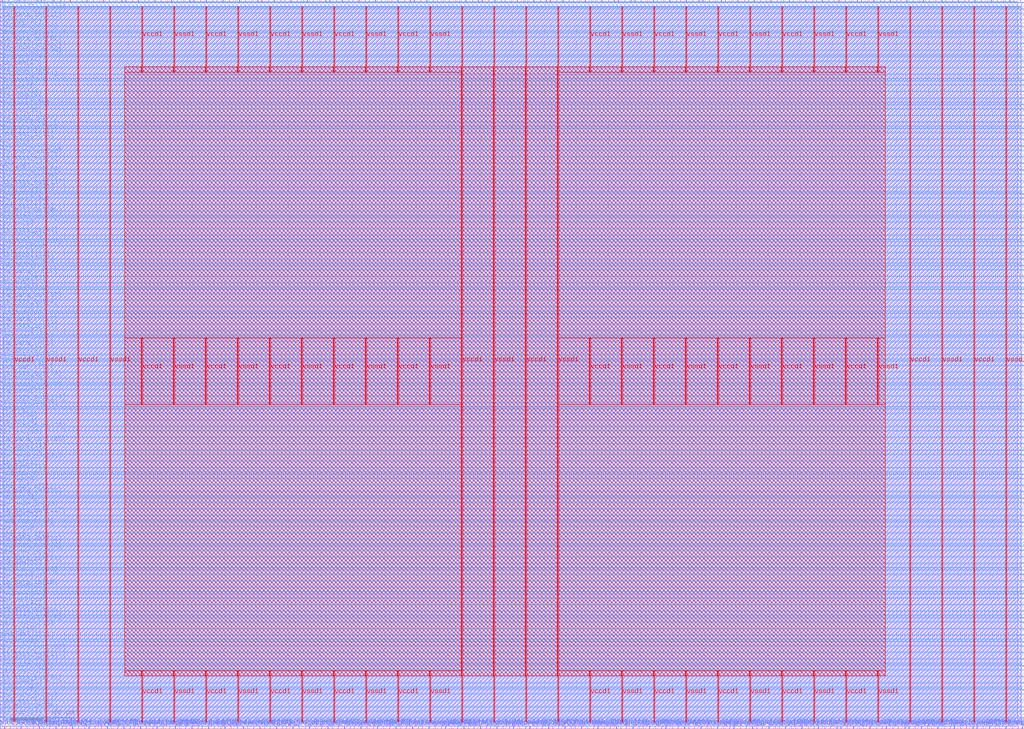
<source format=lef>
VERSION 5.7 ;
  NOWIREEXTENSIONATPIN ON ;
  DIVIDERCHAR "/" ;
  BUSBITCHARS "[]" ;
MACRO openram_demo
  CLASS BLOCK ;
  FOREIGN openram_demo ;
  ORIGIN 0.000 0.000 ;
  SIZE 1600.000 BY 1140.000 ;
  PIN io_in[0]
    DIRECTION INPUT ;
    USE SIGNAL ;
    PORT
      LAYER met2 ;
        RECT 1313.850 0.000 1314.130 4.000 ;
    END
  END io_in[0]
  PIN io_in[10]
    DIRECTION INPUT ;
    USE SIGNAL ;
    PORT
      LAYER met2 ;
        RECT 77.370 0.000 77.650 4.000 ;
    END
  END io_in[10]
  PIN io_in[11]
    DIRECTION INPUT ;
    USE SIGNAL ;
    PORT
      LAYER met3 ;
        RECT 1596.000 360.440 1600.000 361.040 ;
    END
  END io_in[11]
  PIN io_in[12]
    DIRECTION INPUT ;
    USE SIGNAL ;
    PORT
      LAYER met3 ;
        RECT 0.000 306.040 4.000 306.640 ;
    END
  END io_in[12]
  PIN io_in[13]
    DIRECTION INPUT ;
    USE SIGNAL ;
    PORT
      LAYER met2 ;
        RECT 692.390 1136.000 692.670 1140.000 ;
    END
  END io_in[13]
  PIN io_in[14]
    DIRECTION INPUT ;
    USE SIGNAL ;
    PORT
      LAYER met3 ;
        RECT 1596.000 659.640 1600.000 660.240 ;
    END
  END io_in[14]
  PIN io_in[15]
    DIRECTION INPUT ;
    USE SIGNAL ;
    PORT
      LAYER met2 ;
        RECT 621.550 1136.000 621.830 1140.000 ;
    END
  END io_in[15]
  PIN io_in[16]
    DIRECTION INPUT ;
    USE SIGNAL ;
    PORT
      LAYER met3 ;
        RECT 0.000 146.240 4.000 146.840 ;
    END
  END io_in[16]
  PIN io_in[17]
    DIRECTION INPUT ;
    USE SIGNAL ;
    PORT
      LAYER met3 ;
        RECT 1596.000 1081.240 1600.000 1081.840 ;
    END
  END io_in[17]
  PIN io_in[18]
    DIRECTION INPUT ;
    USE SIGNAL ;
    PORT
      LAYER met3 ;
        RECT 0.000 472.640 4.000 473.240 ;
    END
  END io_in[18]
  PIN io_in[19]
    DIRECTION INPUT ;
    USE SIGNAL ;
    PORT
      LAYER met2 ;
        RECT 737.470 1136.000 737.750 1140.000 ;
    END
  END io_in[19]
  PIN io_in[1]
    DIRECTION INPUT ;
    USE SIGNAL ;
    PORT
      LAYER met2 ;
        RECT 122.450 0.000 122.730 4.000 ;
    END
  END io_in[1]
  PIN io_in[20]
    DIRECTION INPUT ;
    USE SIGNAL ;
    PORT
      LAYER met2 ;
        RECT 576.470 1136.000 576.750 1140.000 ;
    END
  END io_in[20]
  PIN io_in[21]
    DIRECTION INPUT ;
    USE SIGNAL ;
    PORT
      LAYER met2 ;
        RECT 647.310 1136.000 647.590 1140.000 ;
    END
  END io_in[21]
  PIN io_in[22]
    DIRECTION INPUT ;
    USE SIGNAL ;
    PORT
      LAYER met3 ;
        RECT 0.000 129.240 4.000 129.840 ;
    END
  END io_in[22]
  PIN io_in[23]
    DIRECTION INPUT ;
    USE SIGNAL ;
    PORT
      LAYER met3 ;
        RECT 0.000 353.640 4.000 354.240 ;
    END
  END io_in[23]
  PIN io_in[24]
    DIRECTION INPUT ;
    USE SIGNAL ;
    PORT
      LAYER met3 ;
        RECT 1596.000 782.040 1600.000 782.640 ;
    END
  END io_in[24]
  PIN io_in[25]
    DIRECTION INPUT ;
    USE SIGNAL ;
    PORT
      LAYER met2 ;
        RECT 286.670 1136.000 286.950 1140.000 ;
    END
  END io_in[25]
  PIN io_in[26]
    DIRECTION INPUT ;
    USE SIGNAL ;
    PORT
      LAYER met2 ;
        RECT 1091.670 1136.000 1091.950 1140.000 ;
    END
  END io_in[26]
  PIN io_in[27]
    DIRECTION INPUT ;
    USE SIGNAL ;
    PORT
      LAYER met2 ;
        RECT 605.450 1136.000 605.730 1140.000 ;
    END
  END io_in[27]
  PIN io_in[28]
    DIRECTION INPUT ;
    USE SIGNAL ;
    PORT
      LAYER met3 ;
        RECT 0.000 54.440 4.000 55.040 ;
    END
  END io_in[28]
  PIN io_in[29]
    DIRECTION INPUT ;
    USE SIGNAL ;
    PORT
      LAYER met2 ;
        RECT 853.390 1136.000 853.670 1140.000 ;
    END
  END io_in[29]
  PIN io_in[2]
    DIRECTION INPUT ;
    USE SIGNAL ;
    PORT
      LAYER met2 ;
        RECT 12.970 1136.000 13.250 1140.000 ;
    END
  END io_in[2]
  PIN io_in[30]
    DIRECTION INPUT ;
    USE SIGNAL ;
    PORT
      LAYER met2 ;
        RECT 573.250 0.000 573.530 4.000 ;
    END
  END io_in[30]
  PIN io_in[31]
    DIRECTION INPUT ;
    USE SIGNAL ;
    PORT
      LAYER met3 ;
        RECT 0.000 408.040 4.000 408.640 ;
    END
  END io_in[31]
  PIN io_in[32]
    DIRECTION INPUT ;
    USE SIGNAL ;
    PORT
      LAYER met2 ;
        RECT 1162.510 1136.000 1162.790 1140.000 ;
    END
  END io_in[32]
  PIN io_in[33]
    DIRECTION INPUT ;
    USE SIGNAL ;
    PORT
      LAYER met2 ;
        RECT 1027.270 1136.000 1027.550 1140.000 ;
    END
  END io_in[33]
  PIN io_in[34]
    DIRECTION INPUT ;
    USE SIGNAL ;
    PORT
      LAYER met2 ;
        RECT 405.810 0.000 406.090 4.000 ;
    END
  END io_in[34]
  PIN io_in[35]
    DIRECTION INPUT ;
    USE SIGNAL ;
    PORT
      LAYER met3 ;
        RECT 1596.000 669.840 1600.000 670.440 ;
    END
  END io_in[35]
  PIN io_in[36]
    DIRECTION INPUT ;
    USE SIGNAL ;
    PORT
      LAYER met3 ;
        RECT 0.000 482.840 4.000 483.440 ;
    END
  END io_in[36]
  PIN io_in[37]
    DIRECTION INPUT ;
    USE SIGNAL ;
    PORT
      LAYER met2 ;
        RECT 1243.010 0.000 1243.290 4.000 ;
    END
  END io_in[37]
  PIN io_in[3]
    DIRECTION INPUT ;
    USE SIGNAL ;
    PORT
      LAYER met3 ;
        RECT 0.000 493.040 4.000 493.640 ;
    END
  END io_in[3]
  PIN io_in[4]
    DIRECTION INPUT ;
    USE SIGNAL ;
    PORT
      LAYER met2 ;
        RECT 1523.150 1136.000 1523.430 1140.000 ;
    END
  END io_in[4]
  PIN io_in[5]
    DIRECTION INPUT ;
    USE SIGNAL ;
    PORT
      LAYER met2 ;
        RECT 1519.930 0.000 1520.210 4.000 ;
    END
  END io_in[5]
  PIN io_in[6]
    DIRECTION INPUT ;
    USE SIGNAL ;
    PORT
      LAYER met3 ;
        RECT 1596.000 567.840 1600.000 568.440 ;
    END
  END io_in[6]
  PIN io_in[7]
    DIRECTION INPUT ;
    USE SIGNAL ;
    PORT
      LAYER met3 ;
        RECT 0.000 782.040 4.000 782.640 ;
    END
  END io_in[7]
  PIN io_in[8]
    DIRECTION INPUT ;
    USE SIGNAL ;
    PORT
      LAYER met2 ;
        RECT 888.810 1136.000 889.090 1140.000 ;
    END
  END io_in[8]
  PIN io_in[9]
    DIRECTION INPUT ;
    USE SIGNAL ;
    PORT
      LAYER met3 ;
        RECT 0.000 911.240 4.000 911.840 ;
    END
  END io_in[9]
  PIN io_oeb[0]
    DIRECTION OUTPUT TRISTATE ;
    USE SIGNAL ;
    PORT
      LAYER met3 ;
        RECT 1596.000 241.440 1600.000 242.040 ;
    END
  END io_oeb[0]
  PIN io_oeb[10]
    DIRECTION OUTPUT TRISTATE ;
    USE SIGNAL ;
    PORT
      LAYER met3 ;
        RECT 1596.000 210.840 1600.000 211.440 ;
    END
  END io_oeb[10]
  PIN io_oeb[11]
    DIRECTION OUTPUT TRISTATE ;
    USE SIGNAL ;
    PORT
      LAYER met2 ;
        RECT 1046.590 1136.000 1046.870 1140.000 ;
    END
  END io_oeb[11]
  PIN io_oeb[12]
    DIRECTION OUTPUT TRISTATE ;
    USE SIGNAL ;
    PORT
      LAYER met2 ;
        RECT 711.710 1136.000 711.990 1140.000 ;
    END
  END io_oeb[12]
  PIN io_oeb[13]
    DIRECTION OUTPUT TRISTATE ;
    USE SIGNAL ;
    PORT
      LAYER met2 ;
        RECT 998.290 0.000 998.570 4.000 ;
    END
  END io_oeb[13]
  PIN io_oeb[14]
    DIRECTION OUTPUT TRISTATE ;
    USE SIGNAL ;
    PORT
      LAYER met2 ;
        RECT 473.430 1136.000 473.710 1140.000 ;
    END
  END io_oeb[14]
  PIN io_oeb[15]
    DIRECTION OUTPUT TRISTATE ;
    USE SIGNAL ;
    PORT
      LAYER met3 ;
        RECT 1596.000 248.240 1600.000 248.840 ;
    END
  END io_oeb[15]
  PIN io_oeb[16]
    DIRECTION OUTPUT TRISTATE ;
    USE SIGNAL ;
    PORT
      LAYER met2 ;
        RECT 917.790 0.000 918.070 4.000 ;
    END
  END io_oeb[16]
  PIN io_oeb[17]
    DIRECTION OUTPUT TRISTATE ;
    USE SIGNAL ;
    PORT
      LAYER met2 ;
        RECT 241.590 1136.000 241.870 1140.000 ;
    END
  END io_oeb[17]
  PIN io_oeb[18]
    DIRECTION OUTPUT TRISTATE ;
    USE SIGNAL ;
    PORT
      LAYER met2 ;
        RECT 267.350 1136.000 267.630 1140.000 ;
    END
  END io_oeb[18]
  PIN io_oeb[19]
    DIRECTION OUTPUT TRISTATE ;
    USE SIGNAL ;
    PORT
      LAYER met3 ;
        RECT 0.000 428.440 4.000 429.040 ;
    END
  END io_oeb[19]
  PIN io_oeb[1]
    DIRECTION OUTPUT TRISTATE ;
    USE SIGNAL ;
    PORT
      LAYER met2 ;
        RECT 908.130 0.000 908.410 4.000 ;
    END
  END io_oeb[1]
  PIN io_oeb[20]
    DIRECTION OUTPUT TRISTATE ;
    USE SIGNAL ;
    PORT
      LAYER met2 ;
        RECT 479.870 1136.000 480.150 1140.000 ;
    END
  END io_oeb[20]
  PIN io_oeb[21]
    DIRECTION OUTPUT TRISTATE ;
    USE SIGNAL ;
    PORT
      LAYER met2 ;
        RECT 1168.950 1136.000 1169.230 1140.000 ;
    END
  END io_oeb[21]
  PIN io_oeb[22]
    DIRECTION OUTPUT TRISTATE ;
    USE SIGNAL ;
    PORT
      LAYER met3 ;
        RECT 0.000 251.640 4.000 252.240 ;
    END
  END io_oeb[22]
  PIN io_oeb[23]
    DIRECTION OUTPUT TRISTATE ;
    USE SIGNAL ;
    PORT
      LAYER met3 ;
        RECT 1596.000 316.240 1600.000 316.840 ;
    END
  END io_oeb[23]
  PIN io_oeb[24]
    DIRECTION OUTPUT TRISTATE ;
    USE SIGNAL ;
    PORT
      LAYER met3 ;
        RECT 1596.000 1125.440 1600.000 1126.040 ;
    END
  END io_oeb[24]
  PIN io_oeb[25]
    DIRECTION OUTPUT TRISTATE ;
    USE SIGNAL ;
    PORT
      LAYER met3 ;
        RECT 0.000 1098.240 4.000 1098.840 ;
    END
  END io_oeb[25]
  PIN io_oeb[26]
    DIRECTION OUTPUT TRISTATE ;
    USE SIGNAL ;
    PORT
      LAYER met2 ;
        RECT 392.930 1136.000 393.210 1140.000 ;
    END
  END io_oeb[26]
  PIN io_oeb[27]
    DIRECTION OUTPUT TRISTATE ;
    USE SIGNAL ;
    PORT
      LAYER met3 ;
        RECT 0.000 17.040 4.000 17.640 ;
    END
  END io_oeb[27]
  PIN io_oeb[28]
    DIRECTION OUTPUT TRISTATE ;
    USE SIGNAL ;
    PORT
      LAYER met2 ;
        RECT 1062.690 1136.000 1062.970 1140.000 ;
    END
  END io_oeb[28]
  PIN io_oeb[29]
    DIRECTION OUTPUT TRISTATE ;
    USE SIGNAL ;
    PORT
      LAYER met3 ;
        RECT 1596.000 771.840 1600.000 772.440 ;
    END
  END io_oeb[29]
  PIN io_oeb[2]
    DIRECTION OUTPUT TRISTATE ;
    USE SIGNAL ;
    PORT
      LAYER met3 ;
        RECT 1596.000 948.640 1600.000 949.240 ;
    END
  END io_oeb[2]
  PIN io_oeb[30]
    DIRECTION OUTPUT TRISTATE ;
    USE SIGNAL ;
    PORT
      LAYER met2 ;
        RECT 837.290 0.000 837.570 4.000 ;
    END
  END io_oeb[30]
  PIN io_oeb[31]
    DIRECTION OUTPUT TRISTATE ;
    USE SIGNAL ;
    PORT
      LAYER met2 ;
        RECT 93.470 1136.000 93.750 1140.000 ;
    END
  END io_oeb[31]
  PIN io_oeb[32]
    DIRECTION OUTPUT TRISTATE ;
    USE SIGNAL ;
    PORT
      LAYER met2 ;
        RECT 409.030 1136.000 409.310 1140.000 ;
    END
  END io_oeb[32]
  PIN io_oeb[33]
    DIRECTION OUTPUT TRISTATE ;
    USE SIGNAL ;
    PORT
      LAYER met2 ;
        RECT 296.330 1136.000 296.610 1140.000 ;
    END
  END io_oeb[33]
  PIN io_oeb[34]
    DIRECTION OUTPUT TRISTATE ;
    USE SIGNAL ;
    PORT
      LAYER met2 ;
        RECT 489.530 1136.000 489.810 1140.000 ;
    END
  END io_oeb[34]
  PIN io_oeb[35]
    DIRECTION OUTPUT TRISTATE ;
    USE SIGNAL ;
    PORT
      LAYER met3 ;
        RECT 0.000 765.040 4.000 765.640 ;
    END
  END io_oeb[35]
  PIN io_oeb[36]
    DIRECTION OUTPUT TRISTATE ;
    USE SIGNAL ;
    PORT
      LAYER met2 ;
        RECT 599.010 0.000 599.290 4.000 ;
    END
  END io_oeb[36]
  PIN io_oeb[37]
    DIRECTION OUTPUT TRISTATE ;
    USE SIGNAL ;
    PORT
      LAYER met3 ;
        RECT 0.000 1033.640 4.000 1034.240 ;
    END
  END io_oeb[37]
  PIN io_oeb[3]
    DIRECTION OUTPUT TRISTATE ;
    USE SIGNAL ;
    PORT
      LAYER met2 ;
        RECT 1275.210 1136.000 1275.490 1140.000 ;
    END
  END io_oeb[3]
  PIN io_oeb[4]
    DIRECTION OUTPUT TRISTATE ;
    USE SIGNAL ;
    PORT
      LAYER met2 ;
        RECT 679.510 0.000 679.790 4.000 ;
    END
  END io_oeb[4]
  PIN io_oeb[5]
    DIRECTION OUTPUT TRISTATE ;
    USE SIGNAL ;
    PORT
      LAYER met3 ;
        RECT 0.000 380.840 4.000 381.440 ;
    END
  END io_oeb[5]
  PIN io_oeb[6]
    DIRECTION OUTPUT TRISTATE ;
    USE SIGNAL ;
    PORT
      LAYER met2 ;
        RECT 1214.030 1136.000 1214.310 1140.000 ;
    END
  END io_oeb[6]
  PIN io_oeb[7]
    DIRECTION OUTPUT TRISTATE ;
    USE SIGNAL ;
    PORT
      LAYER met2 ;
        RECT 1548.910 1136.000 1549.190 1140.000 ;
    END
  END io_oeb[7]
  PIN io_oeb[8]
    DIRECTION OUTPUT TRISTATE ;
    USE SIGNAL ;
    PORT
      LAYER met3 ;
        RECT 0.000 996.240 4.000 996.840 ;
    END
  END io_oeb[8]
  PIN io_oeb[9]
    DIRECTION OUTPUT TRISTATE ;
    USE SIGNAL ;
    PORT
      LAYER met2 ;
        RECT 373.610 1136.000 373.890 1140.000 ;
    END
  END io_oeb[9]
  PIN io_out[0]
    DIRECTION OUTPUT TRISTATE ;
    USE SIGNAL ;
    PORT
      LAYER met2 ;
        RECT 225.490 1136.000 225.770 1140.000 ;
    END
  END io_out[0]
  PIN io_out[10]
    DIRECTION OUTPUT TRISTATE ;
    USE SIGNAL ;
    PORT
      LAYER met2 ;
        RECT 1513.490 1136.000 1513.770 1140.000 ;
    END
  END io_out[10]
  PIN io_out[11]
    DIRECTION OUTPUT TRISTATE ;
    USE SIGNAL ;
    PORT
      LAYER met3 ;
        RECT 0.000 642.640 4.000 643.240 ;
    END
  END io_out[11]
  PIN io_out[12]
    DIRECTION OUTPUT TRISTATE ;
    USE SIGNAL ;
    PORT
      LAYER met3 ;
        RECT 1596.000 1043.840 1600.000 1044.440 ;
    END
  END io_out[12]
  PIN io_out[13]
    DIRECTION OUTPUT TRISTATE ;
    USE SIGNAL ;
    PORT
      LAYER met3 ;
        RECT 0.000 455.640 4.000 456.240 ;
    END
  END io_out[13]
  PIN io_out[14]
    DIRECTION OUTPUT TRISTATE ;
    USE SIGNAL ;
    PORT
      LAYER met2 ;
        RECT 173.970 0.000 174.250 4.000 ;
    END
  END io_out[14]
  PIN io_out[15]
    DIRECTION OUTPUT TRISTATE ;
    USE SIGNAL ;
    PORT
      LAYER met3 ;
        RECT 1596.000 829.640 1600.000 830.240 ;
    END
  END io_out[15]
  PIN io_out[16]
    DIRECTION OUTPUT TRISTATE ;
    USE SIGNAL ;
    PORT
      LAYER met3 ;
        RECT 1596.000 61.240 1600.000 61.840 ;
    END
  END io_out[16]
  PIN io_out[17]
    DIRECTION OUTPUT TRISTATE ;
    USE SIGNAL ;
    PORT
      LAYER met3 ;
        RECT 1596.000 649.440 1600.000 650.040 ;
    END
  END io_out[17]
  PIN io_out[18]
    DIRECTION OUTPUT TRISTATE ;
    USE SIGNAL ;
    PORT
      LAYER met3 ;
        RECT 1596.000 996.240 1600.000 996.840 ;
    END
  END io_out[18]
  PIN io_out[19]
    DIRECTION OUTPUT TRISTATE ;
    USE SIGNAL ;
    PORT
      LAYER met3 ;
        RECT 1596.000 836.440 1600.000 837.040 ;
    END
  END io_out[19]
  PIN io_out[1]
    DIRECTION OUTPUT TRISTATE ;
    USE SIGNAL ;
    PORT
      LAYER met2 ;
        RECT 157.870 0.000 158.150 4.000 ;
    END
  END io_out[1]
  PIN io_out[20]
    DIRECTION OUTPUT TRISTATE ;
    USE SIGNAL ;
    PORT
      LAYER met2 ;
        RECT 1033.710 0.000 1033.990 4.000 ;
    END
  END io_out[20]
  PIN io_out[21]
    DIRECTION OUTPUT TRISTATE ;
    USE SIGNAL ;
    PORT
      LAYER met2 ;
        RECT 206.170 1136.000 206.450 1140.000 ;
    END
  END io_out[21]
  PIN io_out[22]
    DIRECTION OUTPUT TRISTATE ;
    USE SIGNAL ;
    PORT
      LAYER met2 ;
        RECT 1278.430 0.000 1278.710 4.000 ;
    END
  END io_out[22]
  PIN io_out[23]
    DIRECTION OUTPUT TRISTATE ;
    USE SIGNAL ;
    PORT
      LAYER met2 ;
        RECT 750.350 0.000 750.630 4.000 ;
    END
  END io_out[23]
  PIN io_out[24]
    DIRECTION OUTPUT TRISTATE ;
    USE SIGNAL ;
    PORT
      LAYER met2 ;
        RECT 1500.610 0.000 1500.890 4.000 ;
    END
  END io_out[24]
  PIN io_out[25]
    DIRECTION OUTPUT TRISTATE ;
    USE SIGNAL ;
    PORT
      LAYER met3 ;
        RECT 0.000 958.840 4.000 959.440 ;
    END
  END io_out[25]
  PIN io_out[26]
    DIRECTION OUTPUT TRISTATE ;
    USE SIGNAL ;
    PORT
      LAYER met2 ;
        RECT 508.850 1136.000 509.130 1140.000 ;
    END
  END io_out[26]
  PIN io_out[27]
    DIRECTION OUTPUT TRISTATE ;
    USE SIGNAL ;
    PORT
      LAYER met2 ;
        RECT 1349.270 0.000 1349.550 4.000 ;
    END
  END io_out[27]
  PIN io_out[28]
    DIRECTION OUTPUT TRISTATE ;
    USE SIGNAL ;
    PORT
      LAYER met3 ;
        RECT 1596.000 520.240 1600.000 520.840 ;
    END
  END io_out[28]
  PIN io_out[29]
    DIRECTION OUTPUT TRISTATE ;
    USE SIGNAL ;
    PORT
      LAYER met2 ;
        RECT 315.650 0.000 315.930 4.000 ;
    END
  END io_out[29]
  PIN io_out[2]
    DIRECTION OUTPUT TRISTATE ;
    USE SIGNAL ;
    PORT
      LAYER met2 ;
        RECT 1542.470 1136.000 1542.750 1140.000 ;
    END
  END io_out[2]
  PIN io_out[30]
    DIRECTION OUTPUT TRISTATE ;
    USE SIGNAL ;
    PORT
      LAYER met2 ;
        RECT 421.910 0.000 422.190 4.000 ;
    END
  END io_out[30]
  PIN io_out[31]
    DIRECTION OUTPUT TRISTATE ;
    USE SIGNAL ;
    PORT
      LAYER met3 ;
        RECT 1596.000 975.840 1600.000 976.440 ;
    END
  END io_out[31]
  PIN io_out[32]
    DIRECTION OUTPUT TRISTATE ;
    USE SIGNAL ;
    PORT
      LAYER met2 ;
        RECT 1217.250 0.000 1217.530 4.000 ;
    END
  END io_out[32]
  PIN io_out[33]
    DIRECTION OUTPUT TRISTATE ;
    USE SIGNAL ;
    PORT
      LAYER met3 ;
        RECT 1596.000 799.040 1600.000 799.640 ;
    END
  END io_out[33]
  PIN io_out[34]
    DIRECTION OUTPUT TRISTATE ;
    USE SIGNAL ;
    PORT
      LAYER met2 ;
        RECT 1584.330 1136.000 1584.610 1140.000 ;
    END
  END io_out[34]
  PIN io_out[35]
    DIRECTION OUTPUT TRISTATE ;
    USE SIGNAL ;
    PORT
      LAYER met3 ;
        RECT 1596.000 686.840 1600.000 687.440 ;
    END
  END io_out[35]
  PIN io_out[36]
    DIRECTION OUTPUT TRISTATE ;
    USE SIGNAL ;
    PORT
      LAYER met2 ;
        RECT 499.190 1136.000 499.470 1140.000 ;
    END
  END io_out[36]
  PIN io_out[37]
    DIRECTION OUTPUT TRISTATE ;
    USE SIGNAL ;
    PORT
      LAYER met2 ;
        RECT 1210.810 0.000 1211.090 4.000 ;
    END
  END io_out[37]
  PIN io_out[3]
    DIRECTION OUTPUT TRISTATE ;
    USE SIGNAL ;
    PORT
      LAYER met3 ;
        RECT 0.000 690.240 4.000 690.840 ;
    END
  END io_out[3]
  PIN io_out[4]
    DIRECTION OUTPUT TRISTATE ;
    USE SIGNAL ;
    PORT
      LAYER met2 ;
        RECT 1484.510 0.000 1484.790 4.000 ;
    END
  END io_out[4]
  PIN io_out[5]
    DIRECTION OUTPUT TRISTATE ;
    USE SIGNAL ;
    PORT
      LAYER met3 ;
        RECT 1596.000 612.040 1600.000 612.640 ;
    END
  END io_out[5]
  PIN io_out[6]
    DIRECTION OUTPUT TRISTATE ;
    USE SIGNAL ;
    PORT
      LAYER met2 ;
        RECT 924.230 1136.000 924.510 1140.000 ;
    END
  END io_out[6]
  PIN io_out[7]
    DIRECTION OUTPUT TRISTATE ;
    USE SIGNAL ;
    PORT
      LAYER met3 ;
        RECT 0.000 326.440 4.000 327.040 ;
    END
  END io_out[7]
  PIN io_out[8]
    DIRECTION OUTPUT TRISTATE ;
    USE SIGNAL ;
    PORT
      LAYER met2 ;
        RECT 788.990 1136.000 789.270 1140.000 ;
    END
  END io_out[8]
  PIN io_out[9]
    DIRECTION OUTPUT TRISTATE ;
    USE SIGNAL ;
    PORT
      LAYER met2 ;
        RECT 215.830 1136.000 216.110 1140.000 ;
    END
  END io_out[9]
  PIN irq[0]
    DIRECTION OUTPUT TRISTATE ;
    USE SIGNAL ;
    PORT
      LAYER met2 ;
        RECT 431.570 0.000 431.850 4.000 ;
    END
  END irq[0]
  PIN irq[1]
    DIRECTION OUTPUT TRISTATE ;
    USE SIGNAL ;
    PORT
      LAYER met3 ;
        RECT 1596.000 306.040 1600.000 306.640 ;
    END
  END irq[1]
  PIN irq[2]
    DIRECTION OUTPUT TRISTATE ;
    USE SIGNAL ;
    PORT
      LAYER met2 ;
        RECT 1310.630 1136.000 1310.910 1140.000 ;
    END
  END irq[2]
  PIN la_data_in[0]
    DIRECTION INPUT ;
    USE SIGNAL ;
    PORT
      LAYER met3 ;
        RECT 1596.000 455.640 1600.000 456.240 ;
    END
  END la_data_in[0]
  PIN la_data_in[100]
    DIRECTION INPUT ;
    USE SIGNAL ;
    PORT
      LAYER met3 ;
        RECT 1596.000 136.040 1600.000 136.640 ;
    END
  END la_data_in[100]
  PIN la_data_in[101]
    DIRECTION INPUT ;
    USE SIGNAL ;
    PORT
      LAYER met2 ;
        RECT 834.070 1136.000 834.350 1140.000 ;
    END
  END la_data_in[101]
  PIN la_data_in[102]
    DIRECTION INPUT ;
    USE SIGNAL ;
    PORT
      LAYER met2 ;
        RECT 454.110 1136.000 454.390 1140.000 ;
    END
  END la_data_in[102]
  PIN la_data_in[103]
    DIRECTION INPUT ;
    USE SIGNAL ;
    PORT
      LAYER met3 ;
        RECT 1596.000 1023.440 1600.000 1024.040 ;
    END
  END la_data_in[103]
  PIN la_data_in[104]
    DIRECTION INPUT ;
    USE SIGNAL ;
    PORT
      LAYER met3 ;
        RECT 0.000 1060.840 4.000 1061.440 ;
    END
  END la_data_in[104]
  PIN la_data_in[105]
    DIRECTION INPUT ;
    USE SIGNAL ;
    PORT
      LAYER met3 ;
        RECT 1596.000 622.240 1600.000 622.840 ;
    END
  END la_data_in[105]
  PIN la_data_in[106]
    DIRECTION INPUT ;
    USE SIGNAL ;
    PORT
      LAYER met2 ;
        RECT 1490.950 0.000 1491.230 4.000 ;
    END
  END la_data_in[106]
  PIN la_data_in[107]
    DIRECTION INPUT ;
    USE SIGNAL ;
    PORT
      LAYER met2 ;
        RECT 975.750 1136.000 976.030 1140.000 ;
    END
  END la_data_in[107]
  PIN la_data_in[108]
    DIRECTION INPUT ;
    USE SIGNAL ;
    PORT
      LAYER met3 ;
        RECT 1596.000 108.840 1600.000 109.440 ;
    END
  END la_data_in[108]
  PIN la_data_in[109]
    DIRECTION INPUT ;
    USE SIGNAL ;
    PORT
      LAYER met2 ;
        RECT 1204.370 1136.000 1204.650 1140.000 ;
    END
  END la_data_in[109]
  PIN la_data_in[10]
    DIRECTION INPUT ;
    USE SIGNAL ;
    PORT
      LAYER met3 ;
        RECT 0.000 1091.440 4.000 1092.040 ;
    END
  END la_data_in[10]
  PIN la_data_in[110]
    DIRECTION INPUT ;
    USE SIGNAL ;
    PORT
      LAYER met2 ;
        RECT 41.950 0.000 42.230 4.000 ;
    END
  END la_data_in[110]
  PIN la_data_in[111]
    DIRECTION INPUT ;
    USE SIGNAL ;
    PORT
      LAYER met3 ;
        RECT 1596.000 632.440 1600.000 633.040 ;
    END
  END la_data_in[111]
  PIN la_data_in[112]
    DIRECTION INPUT ;
    USE SIGNAL ;
    PORT
      LAYER met3 ;
        RECT 0.000 1108.440 4.000 1109.040 ;
    END
  END la_data_in[112]
  PIN la_data_in[113]
    DIRECTION INPUT ;
    USE SIGNAL ;
    PORT
      LAYER met2 ;
        RECT 1561.790 0.000 1562.070 4.000 ;
    END
  END la_data_in[113]
  PIN la_data_in[114]
    DIRECTION INPUT ;
    USE SIGNAL ;
    PORT
      LAYER met2 ;
        RECT 1239.790 1136.000 1240.070 1140.000 ;
    END
  END la_data_in[114]
  PIN la_data_in[115]
    DIRECTION INPUT ;
    USE SIGNAL ;
    PORT
      LAYER met2 ;
        RECT 325.310 0.000 325.590 4.000 ;
    END
  END la_data_in[115]
  PIN la_data_in[116]
    DIRECTION INPUT ;
    USE SIGNAL ;
    PORT
      LAYER met2 ;
        RECT 589.350 0.000 589.630 4.000 ;
    END
  END la_data_in[116]
  PIN la_data_in[117]
    DIRECTION INPUT ;
    USE SIGNAL ;
    PORT
      LAYER met2 ;
        RECT 782.550 1136.000 782.830 1140.000 ;
    END
  END la_data_in[117]
  PIN la_data_in[118]
    DIRECTION INPUT ;
    USE SIGNAL ;
    PORT
      LAYER met2 ;
        RECT 1329.950 1136.000 1330.230 1140.000 ;
    END
  END la_data_in[118]
  PIN la_data_in[119]
    DIRECTION INPUT ;
    USE SIGNAL ;
    PORT
      LAYER met3 ;
        RECT 1596.000 584.840 1600.000 585.440 ;
    END
  END la_data_in[119]
  PIN la_data_in[11]
    DIRECTION INPUT ;
    USE SIGNAL ;
    PORT
      LAYER met3 ;
        RECT 0.000 1016.640 4.000 1017.240 ;
    END
  END la_data_in[11]
  PIN la_data_in[120]
    DIRECTION INPUT ;
    USE SIGNAL ;
    PORT
      LAYER met2 ;
        RECT 1152.850 1136.000 1153.130 1140.000 ;
    END
  END la_data_in[120]
  PIN la_data_in[121]
    DIRECTION INPUT ;
    USE SIGNAL ;
    PORT
      LAYER met2 ;
        RECT 1307.410 0.000 1307.690 4.000 ;
    END
  END la_data_in[121]
  PIN la_data_in[122]
    DIRECTION INPUT ;
    USE SIGNAL ;
    PORT
      LAYER met2 ;
        RECT 302.770 1136.000 303.050 1140.000 ;
    END
  END la_data_in[122]
  PIN la_data_in[123]
    DIRECTION INPUT ;
    USE SIGNAL ;
    PORT
      LAYER met2 ;
        RECT 1368.590 0.000 1368.870 4.000 ;
    END
  END la_data_in[123]
  PIN la_data_in[124]
    DIRECTION INPUT ;
    USE SIGNAL ;
    PORT
      LAYER met2 ;
        RECT 357.510 1136.000 357.790 1140.000 ;
    END
  END la_data_in[124]
  PIN la_data_in[125]
    DIRECTION INPUT ;
    USE SIGNAL ;
    PORT
      LAYER met3 ;
        RECT 0.000 363.840 4.000 364.440 ;
    END
  END la_data_in[125]
  PIN la_data_in[126]
    DIRECTION INPUT ;
    USE SIGNAL ;
    PORT
      LAYER met2 ;
        RECT 1024.050 0.000 1024.330 4.000 ;
    END
  END la_data_in[126]
  PIN la_data_in[127]
    DIRECTION INPUT ;
    USE SIGNAL ;
    PORT
      LAYER met3 ;
        RECT 0.000 754.840 4.000 755.440 ;
    END
  END la_data_in[127]
  PIN la_data_in[12]
    DIRECTION INPUT ;
    USE SIGNAL ;
    PORT
      LAYER met3 ;
        RECT 0.000 632.440 4.000 633.040 ;
    END
  END la_data_in[12]
  PIN la_data_in[13]
    DIRECTION INPUT ;
    USE SIGNAL ;
    PORT
      LAYER met2 ;
        RECT 1191.490 0.000 1191.770 4.000 ;
    END
  END la_data_in[13]
  PIN la_data_in[14]
    DIRECTION INPUT ;
    USE SIGNAL ;
    PORT
      LAYER met3 ;
        RECT 1596.000 754.840 1600.000 755.440 ;
    END
  END la_data_in[14]
  PIN la_data_in[15]
    DIRECTION INPUT ;
    USE SIGNAL ;
    PORT
      LAYER met3 ;
        RECT 0.000 221.040 4.000 221.640 ;
    END
  END la_data_in[15]
  PIN la_data_in[16]
    DIRECTION INPUT ;
    USE SIGNAL ;
    PORT
      LAYER met3 ;
        RECT 1596.000 333.240 1600.000 333.840 ;
    END
  END la_data_in[16]
  PIN la_data_in[17]
    DIRECTION INPUT ;
    USE SIGNAL ;
    PORT
      LAYER met3 ;
        RECT 0.000 578.040 4.000 578.640 ;
    END
  END la_data_in[17]
  PIN la_data_in[18]
    DIRECTION INPUT ;
    USE SIGNAL ;
    PORT
      LAYER met3 ;
        RECT 1596.000 921.440 1600.000 922.040 ;
    END
  END la_data_in[18]
  PIN la_data_in[19]
    DIRECTION INPUT ;
    USE SIGNAL ;
    PORT
      LAYER met2 ;
        RECT 1268.770 1136.000 1269.050 1140.000 ;
    END
  END la_data_in[19]
  PIN la_data_in[1]
    DIRECTION INPUT ;
    USE SIGNAL ;
    PORT
      LAYER met2 ;
        RECT 334.970 0.000 335.250 4.000 ;
    END
  END la_data_in[1]
  PIN la_data_in[20]
    DIRECTION INPUT ;
    USE SIGNAL ;
    PORT
      LAYER met2 ;
        RECT 260.910 1136.000 261.190 1140.000 ;
    END
  END la_data_in[20]
  PIN la_data_in[21]
    DIRECTION INPUT ;
    USE SIGNAL ;
    PORT
      LAYER met3 ;
        RECT 0.000 44.240 4.000 44.840 ;
    END
  END la_data_in[21]
  PIN la_data_in[22]
    DIRECTION INPUT ;
    USE SIGNAL ;
    PORT
      LAYER met2 ;
        RECT 892.030 0.000 892.310 4.000 ;
    END
  END la_data_in[22]
  PIN la_data_in[23]
    DIRECTION INPUT ;
    USE SIGNAL ;
    PORT
      LAYER met3 ;
        RECT 1596.000 482.840 1600.000 483.440 ;
    END
  END la_data_in[23]
  PIN la_data_in[24]
    DIRECTION INPUT ;
    USE SIGNAL ;
    PORT
      LAYER met3 ;
        RECT 1596.000 17.040 1600.000 17.640 ;
    END
  END la_data_in[24]
  PIN la_data_in[25]
    DIRECTION INPUT ;
    USE SIGNAL ;
    PORT
      LAYER met3 ;
        RECT 0.000 931.640 4.000 932.240 ;
    END
  END la_data_in[25]
  PIN la_data_in[26]
    DIRECTION INPUT ;
    USE SIGNAL ;
    PORT
      LAYER met3 ;
        RECT 1596.000 867.040 1600.000 867.640 ;
    END
  END la_data_in[26]
  PIN la_data_in[27]
    DIRECTION INPUT ;
    USE SIGNAL ;
    PORT
      LAYER met3 ;
        RECT 0.000 102.040 4.000 102.640 ;
    END
  END la_data_in[27]
  PIN la_data_in[28]
    DIRECTION INPUT ;
    USE SIGNAL ;
    PORT
      LAYER met3 ;
        RECT 1596.000 574.640 1600.000 575.240 ;
    END
  END la_data_in[28]
  PIN la_data_in[29]
    DIRECTION INPUT ;
    USE SIGNAL ;
    PORT
      LAYER met2 ;
        RECT 962.870 0.000 963.150 4.000 ;
    END
  END la_data_in[29]
  PIN la_data_in[2]
    DIRECTION INPUT ;
    USE SIGNAL ;
    PORT
      LAYER met2 ;
        RECT 1069.130 0.000 1069.410 4.000 ;
    END
  END la_data_in[2]
  PIN la_data_in[30]
    DIRECTION INPUT ;
    USE SIGNAL ;
    PORT
      LAYER met2 ;
        RECT 1262.330 0.000 1262.610 4.000 ;
    END
  END la_data_in[30]
  PIN la_data_in[31]
    DIRECTION INPUT ;
    USE SIGNAL ;
    PORT
      LAYER met2 ;
        RECT 727.810 1136.000 728.090 1140.000 ;
    END
  END la_data_in[31]
  PIN la_data_in[32]
    DIRECTION INPUT ;
    USE SIGNAL ;
    PORT
      LAYER met2 ;
        RECT 978.970 0.000 979.250 4.000 ;
    END
  END la_data_in[32]
  PIN la_data_in[33]
    DIRECTION INPUT ;
    USE SIGNAL ;
    PORT
      LAYER met2 ;
        RECT 553.930 0.000 554.210 4.000 ;
    END
  END la_data_in[33]
  PIN la_data_in[34]
    DIRECTION INPUT ;
    USE SIGNAL ;
    PORT
      LAYER met2 ;
        RECT 859.830 1136.000 860.110 1140.000 ;
    END
  END la_data_in[34]
  PIN la_data_in[35]
    DIRECTION INPUT ;
    USE SIGNAL ;
    PORT
      LAYER met2 ;
        RECT 29.070 1136.000 29.350 1140.000 ;
    END
  END la_data_in[35]
  PIN la_data_in[36]
    DIRECTION INPUT ;
    USE SIGNAL ;
    PORT
      LAYER met2 ;
        RECT 1304.190 1136.000 1304.470 1140.000 ;
    END
  END la_data_in[36]
  PIN la_data_in[37]
    DIRECTION INPUT ;
    USE SIGNAL ;
    PORT
      LAYER met2 ;
        RECT 1558.570 1136.000 1558.850 1140.000 ;
    END
  END la_data_in[37]
  PIN la_data_in[38]
    DIRECTION INPUT ;
    USE SIGNAL ;
    PORT
      LAYER met3 ;
        RECT 1596.000 353.640 1600.000 354.240 ;
    END
  END la_data_in[38]
  PIN la_data_in[39]
    DIRECTION INPUT ;
    USE SIGNAL ;
    PORT
      LAYER met2 ;
        RECT 25.850 0.000 26.130 4.000 ;
    END
  END la_data_in[39]
  PIN la_data_in[3]
    DIRECTION INPUT ;
    USE SIGNAL ;
    PORT
      LAYER met3 ;
        RECT 0.000 727.640 4.000 728.240 ;
    END
  END la_data_in[3]
  PIN la_data_in[40]
    DIRECTION INPUT ;
    USE SIGNAL ;
    PORT
      LAYER met2 ;
        RECT 273.790 0.000 274.070 4.000 ;
    END
  END la_data_in[40]
  PIN la_data_in[41]
    DIRECTION INPUT ;
    USE SIGNAL ;
    PORT
      LAYER met2 ;
        RECT 351.070 0.000 351.350 4.000 ;
    END
  END la_data_in[41]
  PIN la_data_in[42]
    DIRECTION INPUT ;
    USE SIGNAL ;
    PORT
      LAYER met3 ;
        RECT 1596.000 380.840 1600.000 381.440 ;
    END
  END la_data_in[42]
  PIN la_data_in[43]
    DIRECTION INPUT ;
    USE SIGNAL ;
    PORT
      LAYER met3 ;
        RECT 1596.000 819.440 1600.000 820.040 ;
    END
  END la_data_in[43]
  PIN la_data_in[44]
    DIRECTION INPUT ;
    USE SIGNAL ;
    PORT
      LAYER met2 ;
        RECT 682.730 1136.000 683.010 1140.000 ;
    END
  END la_data_in[44]
  PIN la_data_in[45]
    DIRECTION INPUT ;
    USE SIGNAL ;
    PORT
      LAYER met3 ;
        RECT 0.000 241.440 4.000 242.040 ;
    END
  END la_data_in[45]
  PIN la_data_in[46]
    DIRECTION INPUT ;
    USE SIGNAL ;
    PORT
      LAYER met3 ;
        RECT 0.000 771.840 4.000 772.440 ;
    END
  END la_data_in[46]
  PIN la_data_in[47]
    DIRECTION INPUT ;
    USE SIGNAL ;
    PORT
      LAYER met2 ;
        RECT 898.470 0.000 898.750 4.000 ;
    END
  END la_data_in[47]
  PIN la_data_in[48]
    DIRECTION INPUT ;
    USE SIGNAL ;
    PORT
      LAYER met2 ;
        RECT 1197.930 1136.000 1198.210 1140.000 ;
    END
  END la_data_in[48]
  PIN la_data_in[49]
    DIRECTION INPUT ;
    USE SIGNAL ;
    PORT
      LAYER met2 ;
        RECT 264.130 0.000 264.410 4.000 ;
    END
  END la_data_in[49]
  PIN la_data_in[4]
    DIRECTION INPUT ;
    USE SIGNAL ;
    PORT
      LAYER met2 ;
        RECT 466.990 0.000 467.270 4.000 ;
    END
  END la_data_in[4]
  PIN la_data_in[50]
    DIRECTION INPUT ;
    USE SIGNAL ;
    PORT
      LAYER met3 ;
        RECT 0.000 27.240 4.000 27.840 ;
    END
  END la_data_in[50]
  PIN la_data_in[51]
    DIRECTION INPUT ;
    USE SIGNAL ;
    PORT
      LAYER met2 ;
        RECT 251.250 1136.000 251.530 1140.000 ;
    END
  END la_data_in[51]
  PIN la_data_in[52]
    DIRECTION INPUT ;
    USE SIGNAL ;
    PORT
      LAYER met2 ;
        RECT 1532.810 1136.000 1533.090 1140.000 ;
    END
  END la_data_in[52]
  PIN la_data_in[53]
    DIRECTION INPUT ;
    USE SIGNAL ;
    PORT
      LAYER met3 ;
        RECT 1596.000 6.840 1600.000 7.440 ;
    END
  END la_data_in[53]
  PIN la_data_in[54]
    DIRECTION INPUT ;
    USE SIGNAL ;
    PORT
      LAYER met2 ;
        RECT 167.530 0.000 167.810 4.000 ;
    END
  END la_data_in[54]
  PIN la_data_in[55]
    DIRECTION INPUT ;
    USE SIGNAL ;
    PORT
      LAYER met2 ;
        RECT 634.430 0.000 634.710 4.000 ;
    END
  END la_data_in[55]
  PIN la_data_in[56]
    DIRECTION INPUT ;
    USE SIGNAL ;
    PORT
      LAYER met2 ;
        RECT 6.530 0.000 6.810 4.000 ;
    END
  END la_data_in[56]
  PIN la_data_in[57]
    DIRECTION INPUT ;
    USE SIGNAL ;
    PORT
      LAYER met2 ;
        RECT 1004.730 0.000 1005.010 4.000 ;
    END
  END la_data_in[57]
  PIN la_data_in[58]
    DIRECTION INPUT ;
    USE SIGNAL ;
    PORT
      LAYER met2 ;
        RECT 1365.370 1136.000 1365.650 1140.000 ;
    END
  END la_data_in[58]
  PIN la_data_in[59]
    DIRECTION INPUT ;
    USE SIGNAL ;
    PORT
      LAYER met2 ;
        RECT 1175.390 0.000 1175.670 4.000 ;
    END
  END la_data_in[59]
  PIN la_data_in[5]
    DIRECTION INPUT ;
    USE SIGNAL ;
    PORT
      LAYER met3 ;
        RECT 0.000 595.040 4.000 595.640 ;
    END
  END la_data_in[5]
  PIN la_data_in[60]
    DIRECTION INPUT ;
    USE SIGNAL ;
    PORT
      LAYER met2 ;
        RECT 338.190 1136.000 338.470 1140.000 ;
    END
  END la_data_in[60]
  PIN la_data_in[61]
    DIRECTION INPUT ;
    USE SIGNAL ;
    PORT
      LAYER met2 ;
        RECT 280.230 0.000 280.510 4.000 ;
    END
  END la_data_in[61]
  PIN la_data_in[62]
    DIRECTION INPUT ;
    USE SIGNAL ;
    PORT
      LAYER met3 ;
        RECT 1596.000 81.640 1600.000 82.240 ;
    END
  END la_data_in[62]
  PIN la_data_in[63]
    DIRECTION INPUT ;
    USE SIGNAL ;
    PORT
      LAYER met3 ;
        RECT 0.000 792.240 4.000 792.840 ;
    END
  END la_data_in[63]
  PIN la_data_in[64]
    DIRECTION INPUT ;
    USE SIGNAL ;
    PORT
      LAYER met3 ;
        RECT 1596.000 1060.840 1600.000 1061.440 ;
    END
  END la_data_in[64]
  PIN la_data_in[65]
    DIRECTION INPUT ;
    USE SIGNAL ;
    PORT
      LAYER met2 ;
        RECT 1165.730 0.000 1166.010 4.000 ;
    END
  END la_data_in[65]
  PIN la_data_in[66]
    DIRECTION INPUT ;
    USE SIGNAL ;
    PORT
      LAYER met2 ;
        RECT 170.750 1136.000 171.030 1140.000 ;
    END
  END la_data_in[66]
  PIN la_data_in[67]
    DIRECTION INPUT ;
    USE SIGNAL ;
    PORT
      LAYER met2 ;
        RECT 798.650 1136.000 798.930 1140.000 ;
    END
  END la_data_in[67]
  PIN la_data_in[68]
    DIRECTION INPUT ;
    USE SIGNAL ;
    PORT
      LAYER met3 ;
        RECT 0.000 343.440 4.000 344.040 ;
    END
  END la_data_in[68]
  PIN la_data_in[69]
    DIRECTION INPUT ;
    USE SIGNAL ;
    PORT
      LAYER met3 ;
        RECT 1596.000 761.640 1600.000 762.240 ;
    END
  END la_data_in[69]
  PIN la_data_in[6]
    DIRECTION INPUT ;
    USE SIGNAL ;
    PORT
      LAYER met3 ;
        RECT 1596.000 295.840 1600.000 296.440 ;
    END
  END la_data_in[6]
  PIN la_data_in[70]
    DIRECTION INPUT ;
    USE SIGNAL ;
    PORT
      LAYER met3 ;
        RECT 1596.000 91.840 1600.000 92.440 ;
    END
  END la_data_in[70]
  PIN la_data_in[71]
    DIRECTION INPUT ;
    USE SIGNAL ;
    PORT
      LAYER met2 ;
        RECT 1597.210 0.000 1597.490 4.000 ;
    END
  END la_data_in[71]
  PIN la_data_in[72]
    DIRECTION INPUT ;
    USE SIGNAL ;
    PORT
      LAYER met2 ;
        RECT 570.030 1136.000 570.310 1140.000 ;
    END
  END la_data_in[72]
  PIN la_data_in[73]
    DIRECTION INPUT ;
    USE SIGNAL ;
    PORT
      LAYER met2 ;
        RECT 1333.170 0.000 1333.450 4.000 ;
    END
  END la_data_in[73]
  PIN la_data_in[74]
    DIRECTION INPUT ;
    USE SIGNAL ;
    PORT
      LAYER met2 ;
        RECT 660.190 0.000 660.470 4.000 ;
    END
  END la_data_in[74]
  PIN la_data_in[75]
    DIRECTION INPUT ;
    USE SIGNAL ;
    PORT
      LAYER met2 ;
        RECT 528.170 0.000 528.450 4.000 ;
    END
  END la_data_in[75]
  PIN la_data_in[76]
    DIRECTION INPUT ;
    USE SIGNAL ;
    PORT
      LAYER met2 ;
        RECT 653.750 0.000 654.030 4.000 ;
    END
  END la_data_in[76]
  PIN la_data_in[77]
    DIRECTION INPUT ;
    USE SIGNAL ;
    PORT
      LAYER met3 ;
        RECT 1596.000 642.640 1600.000 643.240 ;
    END
  END la_data_in[77]
  PIN la_data_in[78]
    DIRECTION INPUT ;
    USE SIGNAL ;
    PORT
      LAYER met3 ;
        RECT 1596.000 856.840 1600.000 857.440 ;
    END
  END la_data_in[78]
  PIN la_data_in[79]
    DIRECTION INPUT ;
    USE SIGNAL ;
    PORT
      LAYER met3 ;
        RECT 1596.000 129.240 1600.000 129.840 ;
    END
  END la_data_in[79]
  PIN la_data_in[7]
    DIRECTION INPUT ;
    USE SIGNAL ;
    PORT
      LAYER met3 ;
        RECT 1596.000 173.440 1600.000 174.040 ;
    END
  END la_data_in[7]
  PIN la_data_in[80]
    DIRECTION INPUT ;
    USE SIGNAL ;
    PORT
      LAYER met2 ;
        RECT 1104.550 0.000 1104.830 4.000 ;
    END
  END la_data_in[80]
  PIN la_data_in[81]
    DIRECTION INPUT ;
    USE SIGNAL ;
    PORT
      LAYER met3 ;
        RECT 1596.000 183.640 1600.000 184.240 ;
    END
  END la_data_in[81]
  PIN la_data_in[82]
    DIRECTION INPUT ;
    USE SIGNAL ;
    PORT
      LAYER met3 ;
        RECT 0.000 622.240 4.000 622.840 ;
    END
  END la_data_in[82]
  PIN la_data_in[83]
    DIRECTION INPUT ;
    USE SIGNAL ;
    PORT
      LAYER met2 ;
        RECT 1375.030 1136.000 1375.310 1140.000 ;
    END
  END la_data_in[83]
  PIN la_data_in[84]
    DIRECTION INPUT ;
    USE SIGNAL ;
    PORT
      LAYER met3 ;
        RECT 0.000 6.840 4.000 7.440 ;
    END
  END la_data_in[84]
  PIN la_data_in[85]
    DIRECTION INPUT ;
    USE SIGNAL ;
    PORT
      LAYER met2 ;
        RECT 772.890 1136.000 773.170 1140.000 ;
    END
  END la_data_in[85]
  PIN la_data_in[86]
    DIRECTION INPUT ;
    USE SIGNAL ;
    PORT
      LAYER met3 ;
        RECT 1596.000 734.440 1600.000 735.040 ;
    END
  END la_data_in[86]
  PIN la_data_in[87]
    DIRECTION INPUT ;
    USE SIGNAL ;
    PORT
      LAYER met3 ;
        RECT 0.000 707.240 4.000 707.840 ;
    END
  END la_data_in[87]
  PIN la_data_in[88]
    DIRECTION INPUT ;
    USE SIGNAL ;
    PORT
      LAYER met3 ;
        RECT 0.000 856.840 4.000 857.440 ;
    END
  END la_data_in[88]
  PIN la_data_in[89]
    DIRECTION INPUT ;
    USE SIGNAL ;
    PORT
      LAYER met2 ;
        RECT 702.050 1136.000 702.330 1140.000 ;
    END
  END la_data_in[89]
  PIN la_data_in[8]
    DIRECTION INPUT ;
    USE SIGNAL ;
    PORT
      LAYER met2 ;
        RECT 550.710 1136.000 550.990 1140.000 ;
    END
  END la_data_in[8]
  PIN la_data_in[90]
    DIRECTION INPUT ;
    USE SIGNAL ;
    PORT
      LAYER met2 ;
        RECT 1020.830 1136.000 1021.110 1140.000 ;
    END
  END la_data_in[90]
  PIN la_data_in[91]
    DIRECTION INPUT ;
    USE SIGNAL ;
    PORT
      LAYER met2 ;
        RECT 277.010 1136.000 277.290 1140.000 ;
    END
  END la_data_in[91]
  PIN la_data_in[92]
    DIRECTION INPUT ;
    USE SIGNAL ;
    PORT
      LAYER met2 ;
        RECT 1378.250 0.000 1378.530 4.000 ;
    END
  END la_data_in[92]
  PIN la_data_in[93]
    DIRECTION INPUT ;
    USE SIGNAL ;
    PORT
      LAYER met2 ;
        RECT 476.650 0.000 476.930 4.000 ;
    END
  END la_data_in[93]
  PIN la_data_in[94]
    DIRECTION INPUT ;
    USE SIGNAL ;
    PORT
      LAYER met2 ;
        RECT 537.830 0.000 538.110 4.000 ;
    END
  END la_data_in[94]
  PIN la_data_in[95]
    DIRECTION INPUT ;
    USE SIGNAL ;
    PORT
      LAYER met2 ;
        RECT 1465.190 0.000 1465.470 4.000 ;
    END
  END la_data_in[95]
  PIN la_data_in[96]
    DIRECTION INPUT ;
    USE SIGNAL ;
    PORT
      LAYER met3 ;
        RECT 0.000 503.240 4.000 503.840 ;
    END
  END la_data_in[96]
  PIN la_data_in[97]
    DIRECTION INPUT ;
    USE SIGNAL ;
    PORT
      LAYER met2 ;
        RECT 83.810 1136.000 84.090 1140.000 ;
    END
  END la_data_in[97]
  PIN la_data_in[98]
    DIRECTION INPUT ;
    USE SIGNAL ;
    PORT
      LAYER met3 ;
        RECT 1596.000 397.840 1600.000 398.440 ;
    END
  END la_data_in[98]
  PIN la_data_in[99]
    DIRECTION INPUT ;
    USE SIGNAL ;
    PORT
      LAYER met3 ;
        RECT 0.000 948.640 4.000 949.240 ;
    END
  END la_data_in[99]
  PIN la_data_in[9]
    DIRECTION INPUT ;
    USE SIGNAL ;
    PORT
      LAYER met2 ;
        RECT 238.370 0.000 238.650 4.000 ;
    END
  END la_data_in[9]
  PIN la_data_out[0]
    DIRECTION OUTPUT TRISTATE ;
    USE SIGNAL ;
    PORT
      LAYER met3 ;
        RECT 0.000 884.040 4.000 884.640 ;
    END
  END la_data_out[0]
  PIN la_data_out[100]
    DIRECTION OUTPUT TRISTATE ;
    USE SIGNAL ;
    PORT
      LAYER met2 ;
        RECT 1497.390 1136.000 1497.670 1140.000 ;
    END
  END la_data_out[100]
  PIN la_data_out[101]
    DIRECTION OUTPUT TRISTATE ;
    USE SIGNAL ;
    PORT
      LAYER met2 ;
        RECT 74.150 1136.000 74.430 1140.000 ;
    END
  END la_data_out[101]
  PIN la_data_out[102]
    DIRECTION OUTPUT TRISTATE ;
    USE SIGNAL ;
    PORT
      LAYER met3 ;
        RECT 0.000 119.040 4.000 119.640 ;
    END
  END la_data_out[102]
  PIN la_data_out[103]
    DIRECTION OUTPUT TRISTATE ;
    USE SIGNAL ;
    PORT
      LAYER met3 ;
        RECT 1596.000 258.440 1600.000 259.040 ;
    END
  END la_data_out[103]
  PIN la_data_out[104]
    DIRECTION OUTPUT TRISTATE ;
    USE SIGNAL ;
    PORT
      LAYER met3 ;
        RECT 1596.000 499.840 1600.000 500.440 ;
    END
  END la_data_out[104]
  PIN la_data_out[105]
    DIRECTION OUTPUT TRISTATE ;
    USE SIGNAL ;
    PORT
      LAYER met3 ;
        RECT 0.000 445.440 4.000 446.040 ;
    END
  END la_data_out[105]
  PIN la_data_out[106]
    DIRECTION OUTPUT TRISTATE ;
    USE SIGNAL ;
    PORT
      LAYER met2 ;
        RECT 544.270 1136.000 544.550 1140.000 ;
    END
  END la_data_out[106]
  PIN la_data_out[107]
    DIRECTION OUTPUT TRISTATE ;
    USE SIGNAL ;
    PORT
      LAYER met2 ;
        RECT 882.370 0.000 882.650 4.000 ;
    END
  END la_data_out[107]
  PIN la_data_out[108]
    DIRECTION OUTPUT TRISTATE ;
    USE SIGNAL ;
    PORT
      LAYER met3 ;
        RECT 0.000 1118.640 4.000 1119.240 ;
    END
  END la_data_out[108]
  PIN la_data_out[109]
    DIRECTION OUTPUT TRISTATE ;
    USE SIGNAL ;
    PORT
      LAYER met2 ;
        RECT 940.330 1136.000 940.610 1140.000 ;
    END
  END la_data_out[109]
  PIN la_data_out[10]
    DIRECTION OUTPUT TRISTATE ;
    USE SIGNAL ;
    PORT
      LAYER met2 ;
        RECT 1056.250 1136.000 1056.530 1140.000 ;
    END
  END la_data_out[10]
  PIN la_data_out[110]
    DIRECTION OUTPUT TRISTATE ;
    USE SIGNAL ;
    PORT
      LAYER met2 ;
        RECT 209.390 0.000 209.670 4.000 ;
    END
  END la_data_out[110]
  PIN la_data_out[111]
    DIRECTION OUTPUT TRISTATE ;
    USE SIGNAL ;
    PORT
      LAYER met2 ;
        RECT 1233.350 1136.000 1233.630 1140.000 ;
    END
  END la_data_out[111]
  PIN la_data_out[112]
    DIRECTION OUTPUT TRISTATE ;
    USE SIGNAL ;
    PORT
      LAYER met2 ;
        RECT 1471.630 1136.000 1471.910 1140.000 ;
    END
  END la_data_out[112]
  PIN la_data_out[113]
    DIRECTION OUTPUT TRISTATE ;
    USE SIGNAL ;
    PORT
      LAYER met3 ;
        RECT 0.000 108.840 4.000 109.440 ;
    END
  END la_data_out[113]
  PIN la_data_out[114]
    DIRECTION OUTPUT TRISTATE ;
    USE SIGNAL ;
    PORT
      LAYER met2 ;
        RECT 808.310 1136.000 808.590 1140.000 ;
    END
  END la_data_out[114]
  PIN la_data_out[115]
    DIRECTION OUTPUT TRISTATE ;
    USE SIGNAL ;
    PORT
      LAYER met3 ;
        RECT 1596.000 969.040 1600.000 969.640 ;
    END
  END la_data_out[115]
  PIN la_data_out[116]
    DIRECTION OUTPUT TRISTATE ;
    USE SIGNAL ;
    PORT
      LAYER met3 ;
        RECT 1596.000 54.440 1600.000 55.040 ;
    END
  END la_data_out[116]
  PIN la_data_out[117]
    DIRECTION OUTPUT TRISTATE ;
    USE SIGNAL ;
    PORT
      LAYER met3 ;
        RECT 0.000 333.240 4.000 333.840 ;
    END
  END la_data_out[117]
  PIN la_data_out[118]
    DIRECTION OUTPUT TRISTATE ;
    USE SIGNAL ;
    PORT
      LAYER met2 ;
        RECT 512.070 0.000 512.350 4.000 ;
    END
  END la_data_out[118]
  PIN la_data_out[119]
    DIRECTION OUTPUT TRISTATE ;
    USE SIGNAL ;
    PORT
      LAYER met3 ;
        RECT 0.000 510.040 4.000 510.640 ;
    END
  END la_data_out[119]
  PIN la_data_out[11]
    DIRECTION OUTPUT TRISTATE ;
    USE SIGNAL ;
    PORT
      LAYER met2 ;
        RECT 766.450 0.000 766.730 4.000 ;
    END
  END la_data_out[11]
  PIN la_data_out[120]
    DIRECTION OUTPUT TRISTATE ;
    USE SIGNAL ;
    PORT
      LAYER met2 ;
        RECT 1394.350 0.000 1394.630 4.000 ;
    END
  END la_data_out[120]
  PIN la_data_out[121]
    DIRECTION OUTPUT TRISTATE ;
    USE SIGNAL ;
    PORT
      LAYER met2 ;
        RECT 463.770 1136.000 464.050 1140.000 ;
    END
  END la_data_out[121]
  PIN la_data_out[122]
    DIRECTION OUTPUT TRISTATE ;
    USE SIGNAL ;
    PORT
      LAYER met2 ;
        RECT 1487.730 1136.000 1488.010 1140.000 ;
    END
  END la_data_out[122]
  PIN la_data_out[123]
    DIRECTION OUTPUT TRISTATE ;
    USE SIGNAL ;
    PORT
      LAYER met3 ;
        RECT 0.000 1128.840 4.000 1129.440 ;
    END
  END la_data_out[123]
  PIN la_data_out[124]
    DIRECTION OUTPUT TRISTATE ;
    USE SIGNAL ;
    PORT
      LAYER met3 ;
        RECT 0.000 465.840 4.000 466.440 ;
    END
  END la_data_out[124]
  PIN la_data_out[125]
    DIRECTION OUTPUT TRISTATE ;
    USE SIGNAL ;
    PORT
      LAYER met2 ;
        RECT 1226.910 0.000 1227.190 4.000 ;
    END
  END la_data_out[125]
  PIN la_data_out[126]
    DIRECTION OUTPUT TRISTATE ;
    USE SIGNAL ;
    PORT
      LAYER met2 ;
        RECT 776.110 0.000 776.390 4.000 ;
    END
  END la_data_out[126]
  PIN la_data_out[127]
    DIRECTION OUTPUT TRISTATE ;
    USE SIGNAL ;
    PORT
      LAYER met3 ;
        RECT 0.000 846.640 4.000 847.240 ;
    END
  END la_data_out[127]
  PIN la_data_out[12]
    DIRECTION OUTPUT TRISTATE ;
    USE SIGNAL ;
    PORT
      LAYER met3 ;
        RECT 1596.000 986.040 1600.000 986.640 ;
    END
  END la_data_out[12]
  PIN la_data_out[13]
    DIRECTION OUTPUT TRISTATE ;
    USE SIGNAL ;
    PORT
      LAYER met3 ;
        RECT 1596.000 370.640 1600.000 371.240 ;
    END
  END la_data_out[13]
  PIN la_data_out[14]
    DIRECTION OUTPUT TRISTATE ;
    USE SIGNAL ;
    PORT
      LAYER met3 ;
        RECT 0.000 547.440 4.000 548.040 ;
    END
  END la_data_out[14]
  PIN la_data_out[15]
    DIRECTION OUTPUT TRISTATE ;
    USE SIGNAL ;
    PORT
      LAYER met3 ;
        RECT 1596.000 435.240 1600.000 435.840 ;
    END
  END la_data_out[15]
  PIN la_data_out[16]
    DIRECTION OUTPUT TRISTATE ;
    USE SIGNAL ;
    PORT
      LAYER met2 ;
        RECT 1323.510 0.000 1323.790 4.000 ;
    END
  END la_data_out[16]
  PIN la_data_out[17]
    DIRECTION OUTPUT TRISTATE ;
    USE SIGNAL ;
    PORT
      LAYER met2 ;
        RECT 347.850 1136.000 348.130 1140.000 ;
    END
  END la_data_out[17]
  PIN la_data_out[18]
    DIRECTION OUTPUT TRISTATE ;
    USE SIGNAL ;
    PORT
      LAYER met2 ;
        RECT 1581.110 0.000 1581.390 4.000 ;
    END
  END la_data_out[18]
  PIN la_data_out[19]
    DIRECTION OUTPUT TRISTATE ;
    USE SIGNAL ;
    PORT
      LAYER met3 ;
        RECT 0.000 904.440 4.000 905.040 ;
    END
  END la_data_out[19]
  PIN la_data_out[1]
    DIRECTION OUTPUT TRISTATE ;
    USE SIGNAL ;
    PORT
      LAYER met2 ;
        RECT 331.750 1136.000 332.030 1140.000 ;
    END
  END la_data_out[1]
  PIN la_data_out[20]
    DIRECTION OUTPUT TRISTATE ;
    USE SIGNAL ;
    PORT
      LAYER met3 ;
        RECT 1596.000 1098.240 1600.000 1098.840 ;
    END
  END la_data_out[20]
  PIN la_data_out[21]
    DIRECTION OUTPUT TRISTATE ;
    USE SIGNAL ;
    PORT
      LAYER met3 ;
        RECT 0.000 289.040 4.000 289.640 ;
    END
  END la_data_out[21]
  PIN la_data_out[22]
    DIRECTION OUTPUT TRISTATE ;
    USE SIGNAL ;
    PORT
      LAYER met2 ;
        RECT 1127.090 1136.000 1127.370 1140.000 ;
    END
  END la_data_out[22]
  PIN la_data_out[23]
    DIRECTION OUTPUT TRISTATE ;
    USE SIGNAL ;
    PORT
      LAYER met3 ;
        RECT 1596.000 268.640 1600.000 269.240 ;
    END
  END la_data_out[23]
  PIN la_data_out[24]
    DIRECTION OUTPUT TRISTATE ;
    USE SIGNAL ;
    PORT
      LAYER met2 ;
        RECT 618.330 0.000 618.610 4.000 ;
    END
  END la_data_out[24]
  PIN la_data_out[25]
    DIRECTION OUTPUT TRISTATE ;
    USE SIGNAL ;
    PORT
      LAYER met2 ;
        RECT 991.850 1136.000 992.130 1140.000 ;
    END
  END la_data_out[25]
  PIN la_data_out[26]
    DIRECTION OUTPUT TRISTATE ;
    USE SIGNAL ;
    PORT
      LAYER met3 ;
        RECT 0.000 278.840 4.000 279.440 ;
    END
  END la_data_out[26]
  PIN la_data_out[27]
    DIRECTION OUTPUT TRISTATE ;
    USE SIGNAL ;
    PORT
      LAYER met3 ;
        RECT 1596.000 391.040 1600.000 391.640 ;
    END
  END la_data_out[27]
  PIN la_data_out[28]
    DIRECTION OUTPUT TRISTATE ;
    USE SIGNAL ;
    PORT
      LAYER met2 ;
        RECT 202.950 0.000 203.230 4.000 ;
    END
  END la_data_out[28]
  PIN la_data_out[29]
    DIRECTION OUTPUT TRISTATE ;
    USE SIGNAL ;
    PORT
      LAYER met2 ;
        RECT 154.650 1136.000 154.930 1140.000 ;
    END
  END la_data_out[29]
  PIN la_data_out[2]
    DIRECTION OUTPUT TRISTATE ;
    USE SIGNAL ;
    PORT
      LAYER met2 ;
        RECT 1545.690 0.000 1545.970 4.000 ;
    END
  END la_data_out[2]
  PIN la_data_out[30]
    DIRECTION OUTPUT TRISTATE ;
    USE SIGNAL ;
    PORT
      LAYER met2 ;
        RECT 624.770 0.000 625.050 4.000 ;
    END
  END la_data_out[30]
  PIN la_data_out[31]
    DIRECTION OUTPUT TRISTATE ;
    USE SIGNAL ;
    PORT
      LAYER met3 ;
        RECT 0.000 418.240 4.000 418.840 ;
    END
  END la_data_out[31]
  PIN la_data_out[32]
    DIRECTION OUTPUT TRISTATE ;
    USE SIGNAL ;
    PORT
      LAYER met2 ;
        RECT 524.950 1136.000 525.230 1140.000 ;
    END
  END la_data_out[32]
  PIN la_data_out[33]
    DIRECTION OUTPUT TRISTATE ;
    USE SIGNAL ;
    PORT
      LAYER met2 ;
        RECT 1011.170 1136.000 1011.450 1140.000 ;
    END
  END la_data_out[33]
  PIN la_data_out[34]
    DIRECTION OUTPUT TRISTATE ;
    USE SIGNAL ;
    PORT
      LAYER met2 ;
        RECT 1297.750 0.000 1298.030 4.000 ;
    END
  END la_data_out[34]
  PIN la_data_out[35]
    DIRECTION OUTPUT TRISTATE ;
    USE SIGNAL ;
    PORT
      LAYER met2 ;
        RECT 1436.210 1136.000 1436.490 1140.000 ;
    END
  END la_data_out[35]
  PIN la_data_out[36]
    DIRECTION OUTPUT TRISTATE ;
    USE SIGNAL ;
    PORT
      LAYER met3 ;
        RECT 0.000 1054.040 4.000 1054.640 ;
    END
  END la_data_out[36]
  PIN la_data_out[37]
    DIRECTION OUTPUT TRISTATE ;
    USE SIGNAL ;
    PORT
      LAYER met3 ;
        RECT 0.000 669.840 4.000 670.440 ;
    END
  END la_data_out[37]
  PIN la_data_out[38]
    DIRECTION OUTPUT TRISTATE ;
    USE SIGNAL ;
    PORT
      LAYER met2 ;
        RECT 1320.290 1136.000 1320.570 1140.000 ;
    END
  END la_data_out[38]
  PIN la_data_out[39]
    DIRECTION OUTPUT TRISTATE ;
    USE SIGNAL ;
    PORT
      LAYER met3 ;
        RECT 1596.000 119.040 1600.000 119.640 ;
    END
  END la_data_out[39]
  PIN la_data_out[3]
    DIRECTION OUTPUT TRISTATE ;
    USE SIGNAL ;
    PORT
      LAYER met2 ;
        RECT 753.570 1136.000 753.850 1140.000 ;
    END
  END la_data_out[3]
  PIN la_data_out[40]
    DIRECTION OUTPUT TRISTATE ;
    USE SIGNAL ;
    PORT
      LAYER met3 ;
        RECT 0.000 894.240 4.000 894.840 ;
    END
  END la_data_out[40]
  PIN la_data_out[41]
    DIRECTION OUTPUT TRISTATE ;
    USE SIGNAL ;
    PORT
      LAYER met2 ;
        RECT 760.010 0.000 760.290 4.000 ;
    END
  END la_data_out[41]
  PIN la_data_out[42]
    DIRECTION OUTPUT TRISTATE ;
    USE SIGNAL ;
    PORT
      LAYER met2 ;
        RECT 656.970 1136.000 657.250 1140.000 ;
    END
  END la_data_out[42]
  PIN la_data_out[43]
    DIRECTION OUTPUT TRISTATE ;
    USE SIGNAL ;
    PORT
      LAYER met2 ;
        RECT 611.890 1136.000 612.170 1140.000 ;
    END
  END la_data_out[43]
  PIN la_data_out[44]
    DIRECTION OUTPUT TRISTATE ;
    USE SIGNAL ;
    PORT
      LAYER met2 ;
        RECT 1130.310 0.000 1130.590 4.000 ;
    END
  END la_data_out[44]
  PIN la_data_out[45]
    DIRECTION OUTPUT TRISTATE ;
    USE SIGNAL ;
    PORT
      LAYER met2 ;
        RECT 1384.690 0.000 1384.970 4.000 ;
    END
  END la_data_out[45]
  PIN la_data_out[46]
    DIRECTION OUTPUT TRISTATE ;
    USE SIGNAL ;
    PORT
      LAYER met2 ;
        RECT 1577.890 1136.000 1578.170 1140.000 ;
    END
  END la_data_out[46]
  PIN la_data_out[47]
    DIRECTION OUTPUT TRISTATE ;
    USE SIGNAL ;
    PORT
      LAYER met2 ;
        RECT 718.150 1136.000 718.430 1140.000 ;
    END
  END la_data_out[47]
  PIN la_data_out[48]
    DIRECTION OUTPUT TRISTATE ;
    USE SIGNAL ;
    PORT
      LAYER met3 ;
        RECT 0.000 166.640 4.000 167.240 ;
    END
  END la_data_out[48]
  PIN la_data_out[49]
    DIRECTION OUTPUT TRISTATE ;
    USE SIGNAL ;
    PORT
      LAYER met2 ;
        RECT 96.690 0.000 96.970 4.000 ;
    END
  END la_data_out[49]
  PIN la_data_out[4]
    DIRECTION OUTPUT TRISTATE ;
    USE SIGNAL ;
    PORT
      LAYER met3 ;
        RECT 0.000 659.640 4.000 660.240 ;
    END
  END la_data_out[4]
  PIN la_data_out[50]
    DIRECTION OUTPUT TRISTATE ;
    USE SIGNAL ;
    PORT
      LAYER met3 ;
        RECT 0.000 802.440 4.000 803.040 ;
    END
  END la_data_out[50]
  PIN la_data_out[51]
    DIRECTION OUTPUT TRISTATE ;
    USE SIGNAL ;
    PORT
      LAYER met2 ;
        RECT 412.250 0.000 412.530 4.000 ;
    END
  END la_data_out[51]
  PIN la_data_out[52]
    DIRECTION OUTPUT TRISTATE ;
    USE SIGNAL ;
    PORT
      LAYER met3 ;
        RECT 0.000 1071.040 4.000 1071.640 ;
    END
  END la_data_out[52]
  PIN la_data_out[53]
    DIRECTION OUTPUT TRISTATE ;
    USE SIGNAL ;
    PORT
      LAYER met3 ;
        RECT 1596.000 445.440 1600.000 446.040 ;
    END
  END la_data_out[53]
  PIN la_data_out[54]
    DIRECTION OUTPUT TRISTATE ;
    USE SIGNAL ;
    PORT
      LAYER met3 ;
        RECT 0.000 867.040 4.000 867.640 ;
    END
  END la_data_out[54]
  PIN la_data_out[55]
    DIRECTION OUTPUT TRISTATE ;
    USE SIGNAL ;
    PORT
      LAYER met3 ;
        RECT 1596.000 408.040 1600.000 408.640 ;
    END
  END la_data_out[55]
  PIN la_data_out[56]
    DIRECTION OUTPUT TRISTATE ;
    USE SIGNAL ;
    PORT
      LAYER met3 ;
        RECT 0.000 71.440 4.000 72.040 ;
    END
  END la_data_out[56]
  PIN la_data_out[57]
    DIRECTION OUTPUT TRISTATE ;
    USE SIGNAL ;
    PORT
      LAYER met2 ;
        RECT 705.270 0.000 705.550 4.000 ;
    END
  END la_data_out[57]
  PIN la_data_out[58]
    DIRECTION OUTPUT TRISTATE ;
    USE SIGNAL ;
    PORT
      LAYER met2 ;
        RECT 1507.050 1136.000 1507.330 1140.000 ;
    END
  END la_data_out[58]
  PIN la_data_out[59]
    DIRECTION OUTPUT TRISTATE ;
    USE SIGNAL ;
    PORT
      LAYER met2 ;
        RECT 1284.870 1136.000 1285.150 1140.000 ;
    END
  END la_data_out[59]
  PIN la_data_out[5]
    DIRECTION OUTPUT TRISTATE ;
    USE SIGNAL ;
    PORT
      LAYER met2 ;
        RECT 895.250 1136.000 895.530 1140.000 ;
    END
  END la_data_out[5]
  PIN la_data_out[60]
    DIRECTION OUTPUT TRISTATE ;
    USE SIGNAL ;
    PORT
      LAYER met2 ;
        RECT 183.630 0.000 183.910 4.000 ;
    END
  END la_data_out[60]
  PIN la_data_out[61]
    DIRECTION OUTPUT TRISTATE ;
    USE SIGNAL ;
    PORT
      LAYER met2 ;
        RECT 1059.470 0.000 1059.750 4.000 ;
    END
  END la_data_out[61]
  PIN la_data_out[62]
    DIRECTION OUTPUT TRISTATE ;
    USE SIGNAL ;
    PORT
      LAYER met2 ;
        RECT 58.050 1136.000 58.330 1140.000 ;
    END
  END la_data_out[62]
  PIN la_data_out[63]
    DIRECTION OUTPUT TRISTATE ;
    USE SIGNAL ;
    PORT
      LAYER met3 ;
        RECT 1596.000 493.040 1600.000 493.640 ;
    END
  END la_data_out[63]
  PIN la_data_out[64]
    DIRECTION OUTPUT TRISTATE ;
    USE SIGNAL ;
    PORT
      LAYER met3 ;
        RECT 1596.000 44.240 1600.000 44.840 ;
    END
  END la_data_out[64]
  PIN la_data_out[65]
    DIRECTION OUTPUT TRISTATE ;
    USE SIGNAL ;
    PORT
      LAYER met2 ;
        RECT 1526.370 0.000 1526.650 4.000 ;
    END
  END la_data_out[65]
  PIN la_data_out[66]
    DIRECTION OUTPUT TRISTATE ;
    USE SIGNAL ;
    PORT
      LAYER met2 ;
        RECT 644.090 0.000 644.370 4.000 ;
    END
  END la_data_out[66]
  PIN la_data_out[67]
    DIRECTION OUTPUT TRISTATE ;
    USE SIGNAL ;
    PORT
      LAYER met2 ;
        RECT 953.210 0.000 953.490 4.000 ;
    END
  END la_data_out[67]
  PIN la_data_out[68]
    DIRECTION OUTPUT TRISTATE ;
    USE SIGNAL ;
    PORT
      LAYER met2 ;
        RECT 492.750 0.000 493.030 4.000 ;
    END
  END la_data_out[68]
  PIN la_data_out[69]
    DIRECTION OUTPUT TRISTATE ;
    USE SIGNAL ;
    PORT
      LAYER met2 ;
        RECT 1461.970 1136.000 1462.250 1140.000 ;
    END
  END la_data_out[69]
  PIN la_data_out[6]
    DIRECTION OUTPUT TRISTATE ;
    USE SIGNAL ;
    PORT
      LAYER met2 ;
        RECT 731.030 0.000 731.310 4.000 ;
    END
  END la_data_out[6]
  PIN la_data_out[70]
    DIRECTION OUTPUT TRISTATE ;
    USE SIGNAL ;
    PORT
      LAYER met2 ;
        RECT 763.230 1136.000 763.510 1140.000 ;
    END
  END la_data_out[70]
  PIN la_data_out[71]
    DIRECTION OUTPUT TRISTATE ;
    USE SIGNAL ;
    PORT
      LAYER met2 ;
        RECT 180.410 1136.000 180.690 1140.000 ;
    END
  END la_data_out[71]
  PIN la_data_out[72]
    DIRECTION OUTPUT TRISTATE ;
    USE SIGNAL ;
    PORT
      LAYER met2 ;
        RECT 360.730 0.000 361.010 4.000 ;
    END
  END la_data_out[72]
  PIN la_data_out[73]
    DIRECTION OUTPUT TRISTATE ;
    USE SIGNAL ;
    PORT
      LAYER met2 ;
        RECT 914.570 1136.000 914.850 1140.000 ;
    END
  END la_data_out[73]
  PIN la_data_out[74]
    DIRECTION OUTPUT TRISTATE ;
    USE SIGNAL ;
    PORT
      LAYER met2 ;
        RECT 669.850 0.000 670.130 4.000 ;
    END
  END la_data_out[74]
  PIN la_data_out[75]
    DIRECTION OUTPUT TRISTATE ;
    USE SIGNAL ;
    PORT
      LAYER met2 ;
        RECT 1474.850 0.000 1475.130 4.000 ;
    END
  END la_data_out[75]
  PIN la_data_out[76]
    DIRECTION OUTPUT TRISTATE ;
    USE SIGNAL ;
    PORT
      LAYER met2 ;
        RECT 1271.990 0.000 1272.270 4.000 ;
    END
  END la_data_out[76]
  PIN la_data_out[77]
    DIRECTION OUTPUT TRISTATE ;
    USE SIGNAL ;
    PORT
      LAYER met3 ;
        RECT 1596.000 34.040 1600.000 34.640 ;
    END
  END la_data_out[77]
  PIN la_data_out[78]
    DIRECTION OUTPUT TRISTATE ;
    USE SIGNAL ;
    PORT
      LAYER met2 ;
        RECT 1571.450 0.000 1571.730 4.000 ;
    END
  END la_data_out[78]
  PIN la_data_out[79]
    DIRECTION OUTPUT TRISTATE ;
    USE SIGNAL ;
    PORT
      LAYER met2 ;
        RECT 502.410 0.000 502.690 4.000 ;
    END
  END la_data_out[79]
  PIN la_data_out[7]
    DIRECTION OUTPUT TRISTATE ;
    USE SIGNAL ;
    PORT
      LAYER met2 ;
        RECT 144.990 1136.000 145.270 1140.000 ;
    END
  END la_data_out[7]
  PIN la_data_out[80]
    DIRECTION OUTPUT TRISTATE ;
    USE SIGNAL ;
    PORT
      LAYER met3 ;
        RECT 0.000 176.840 4.000 177.440 ;
    END
  END la_data_out[80]
  PIN la_data_out[81]
    DIRECTION OUTPUT TRISTATE ;
    USE SIGNAL ;
    PORT
      LAYER met2 ;
        RECT 534.610 1136.000 534.890 1140.000 ;
    END
  END la_data_out[81]
  PIN la_data_out[82]
    DIRECTION OUTPUT TRISTATE ;
    USE SIGNAL ;
    PORT
      LAYER met2 ;
        RECT 1094.890 0.000 1095.170 4.000 ;
    END
  END la_data_out[82]
  PIN la_data_out[83]
    DIRECTION OUTPUT TRISTATE ;
    USE SIGNAL ;
    PORT
      LAYER met2 ;
        RECT 438.010 1136.000 438.290 1140.000 ;
    END
  END la_data_out[83]
  PIN la_data_out[84]
    DIRECTION OUTPUT TRISTATE ;
    USE SIGNAL ;
    PORT
      LAYER met3 ;
        RECT 0.000 258.440 4.000 259.040 ;
    END
  END la_data_out[84]
  PIN la_data_out[85]
    DIRECTION OUTPUT TRISTATE ;
    USE SIGNAL ;
    PORT
      LAYER met2 ;
        RECT 1342.830 0.000 1343.110 4.000 ;
    END
  END la_data_out[85]
  PIN la_data_out[86]
    DIRECTION OUTPUT TRISTATE ;
    USE SIGNAL ;
    PORT
      LAYER met3 ;
        RECT 1596.000 465.840 1600.000 466.440 ;
    END
  END la_data_out[86]
  PIN la_data_out[87]
    DIRECTION OUTPUT TRISTATE ;
    USE SIGNAL ;
    PORT
      LAYER met2 ;
        RECT 985.410 1136.000 985.690 1140.000 ;
    END
  END la_data_out[87]
  PIN la_data_out[88]
    DIRECTION OUTPUT TRISTATE ;
    USE SIGNAL ;
    PORT
      LAYER met2 ;
        RECT 856.610 0.000 856.890 4.000 ;
    END
  END la_data_out[88]
  PIN la_data_out[89]
    DIRECTION OUTPUT TRISTATE ;
    USE SIGNAL ;
    PORT
      LAYER met2 ;
        RECT 949.990 1136.000 950.270 1140.000 ;
    END
  END la_data_out[89]
  PIN la_data_out[8]
    DIRECTION OUTPUT TRISTATE ;
    USE SIGNAL ;
    PORT
      LAYER met2 ;
        RECT 959.650 1136.000 959.930 1140.000 ;
    END
  END la_data_out[8]
  PIN la_data_out[90]
    DIRECTION OUTPUT TRISTATE ;
    USE SIGNAL ;
    PORT
      LAYER met2 ;
        RECT 1014.390 0.000 1014.670 4.000 ;
    END
  END la_data_out[90]
  PIN la_data_out[91]
    DIRECTION OUTPUT TRISTATE ;
    USE SIGNAL ;
    PORT
      LAYER met2 ;
        RECT 1139.970 0.000 1140.250 4.000 ;
    END
  END la_data_out[91]
  PIN la_data_out[92]
    DIRECTION OUTPUT TRISTATE ;
    USE SIGNAL ;
    PORT
      LAYER met2 ;
        RECT 1391.130 1136.000 1391.410 1140.000 ;
    END
  END la_data_out[92]
  PIN la_data_out[93]
    DIRECTION OUTPUT TRISTATE ;
    USE SIGNAL ;
    PORT
      LAYER met2 ;
        RECT 676.290 1136.000 676.570 1140.000 ;
    END
  END la_data_out[93]
  PIN la_data_out[94]
    DIRECTION OUTPUT TRISTATE ;
    USE SIGNAL ;
    PORT
      LAYER met2 ;
        RECT 817.970 1136.000 818.250 1140.000 ;
    END
  END la_data_out[94]
  PIN la_data_out[95]
    DIRECTION OUTPUT TRISTATE ;
    USE SIGNAL ;
    PORT
      LAYER met2 ;
        RECT 1049.810 0.000 1050.090 4.000 ;
    END
  END la_data_out[95]
  PIN la_data_out[96]
    DIRECTION OUTPUT TRISTATE ;
    USE SIGNAL ;
    PORT
      LAYER met2 ;
        RECT 367.170 1136.000 367.450 1140.000 ;
    END
  END la_data_out[96]
  PIN la_data_out[97]
    DIRECTION OUTPUT TRISTATE ;
    USE SIGNAL ;
    PORT
      LAYER met3 ;
        RECT 0.000 530.440 4.000 531.040 ;
    END
  END la_data_out[97]
  PIN la_data_out[98]
    DIRECTION OUTPUT TRISTATE ;
    USE SIGNAL ;
    PORT
      LAYER met2 ;
        RECT 1355.710 1136.000 1355.990 1140.000 ;
    END
  END la_data_out[98]
  PIN la_data_out[99]
    DIRECTION OUTPUT TRISTATE ;
    USE SIGNAL ;
    PORT
      LAYER met2 ;
        RECT 1358.930 0.000 1359.210 4.000 ;
    END
  END la_data_out[99]
  PIN la_data_out[9]
    DIRECTION OUTPUT TRISTATE ;
    USE SIGNAL ;
    PORT
      LAYER met2 ;
        RECT 608.670 0.000 608.950 4.000 ;
    END
  END la_data_out[9]
  PIN la_oenb[0]
    DIRECTION INPUT ;
    USE SIGNAL ;
    PORT
      LAYER met2 ;
        RECT 714.930 0.000 715.210 4.000 ;
    END
  END la_oenb[0]
  PIN la_oenb[100]
    DIRECTION INPUT ;
    USE SIGNAL ;
    PORT
      LAYER met3 ;
        RECT 1596.000 1118.640 1600.000 1119.240 ;
    END
  END la_oenb[100]
  PIN la_oenb[101]
    DIRECTION INPUT ;
    USE SIGNAL ;
    PORT
      LAYER met2 ;
        RECT 38.730 1136.000 39.010 1140.000 ;
    END
  END la_oenb[101]
  PIN la_oenb[102]
    DIRECTION INPUT ;
    USE SIGNAL ;
    PORT
      LAYER met2 ;
        RECT 1381.470 1136.000 1381.750 1140.000 ;
    END
  END la_oenb[102]
  PIN la_oenb[103]
    DIRECTION INPUT ;
    USE SIGNAL ;
    PORT
      LAYER met2 ;
        RECT 344.630 0.000 344.910 4.000 ;
    END
  END la_oenb[103]
  PIN la_oenb[104]
    DIRECTION INPUT ;
    USE SIGNAL ;
    PORT
      LAYER met3 ;
        RECT 1596.000 547.440 1600.000 548.040 ;
    END
  END la_oenb[104]
  PIN la_oenb[105]
    DIRECTION INPUT ;
    USE SIGNAL ;
    PORT
      LAYER met2 ;
        RECT 869.490 1136.000 869.770 1140.000 ;
    END
  END la_oenb[105]
  PIN la_oenb[106]
    DIRECTION INPUT ;
    USE SIGNAL ;
    PORT
      LAYER met2 ;
        RECT 1568.230 1136.000 1568.510 1140.000 ;
    END
  END la_oenb[106]
  PIN la_oenb[107]
    DIRECTION INPUT ;
    USE SIGNAL ;
    PORT
      LAYER met3 ;
        RECT 1596.000 530.440 1600.000 531.040 ;
    END
  END la_oenb[107]
  PIN la_oenb[108]
    DIRECTION INPUT ;
    USE SIGNAL ;
    PORT
      LAYER met2 ;
        RECT 1133.530 1136.000 1133.810 1140.000 ;
    END
  END la_oenb[108]
  PIN la_oenb[109]
    DIRECTION INPUT ;
    USE SIGNAL ;
    PORT
      LAYER met2 ;
        RECT 1294.530 1136.000 1294.810 1140.000 ;
    END
  END la_oenb[109]
  PIN la_oenb[10]
    DIRECTION INPUT ;
    USE SIGNAL ;
    PORT
      LAYER met2 ;
        RECT 547.490 0.000 547.770 4.000 ;
    END
  END la_oenb[10]
  PIN la_oenb[110]
    DIRECTION INPUT ;
    USE SIGNAL ;
    PORT
      LAYER met3 ;
        RECT 1596.000 809.240 1600.000 809.840 ;
    END
  END la_oenb[110]
  PIN la_oenb[111]
    DIRECTION INPUT ;
    USE SIGNAL ;
    PORT
      LAYER met2 ;
        RECT 988.630 0.000 988.910 4.000 ;
    END
  END la_oenb[111]
  PIN la_oenb[112]
    DIRECTION INPUT ;
    USE SIGNAL ;
    PORT
      LAYER met3 ;
        RECT 0.000 734.440 4.000 735.040 ;
    END
  END la_oenb[112]
  PIN la_oenb[113]
    DIRECTION INPUT ;
    USE SIGNAL ;
    PORT
      LAYER met2 ;
        RECT 254.470 0.000 254.750 4.000 ;
    END
  END la_oenb[113]
  PIN la_oenb[114]
    DIRECTION INPUT ;
    USE SIGNAL ;
    PORT
      LAYER met2 ;
        RECT 1036.930 1136.000 1037.210 1140.000 ;
    END
  END la_oenb[114]
  PIN la_oenb[115]
    DIRECTION INPUT ;
    USE SIGNAL ;
    PORT
      LAYER met2 ;
        RECT 785.770 0.000 786.050 4.000 ;
    END
  END la_oenb[115]
  PIN la_oenb[116]
    DIRECTION INPUT ;
    USE SIGNAL ;
    PORT
      LAYER met2 ;
        RECT 695.610 0.000 695.890 4.000 ;
    END
  END la_oenb[116]
  PIN la_oenb[117]
    DIRECTION INPUT ;
    USE SIGNAL ;
    PORT
      LAYER met3 ;
        RECT 1596.000 1071.040 1600.000 1071.640 ;
    END
  END la_oenb[117]
  PIN la_oenb[118]
    DIRECTION INPUT ;
    USE SIGNAL ;
    PORT
      LAYER met3 ;
        RECT 1596.000 285.640 1600.000 286.240 ;
    END
  END la_oenb[118]
  PIN la_oenb[119]
    DIRECTION INPUT ;
    USE SIGNAL ;
    PORT
      LAYER met3 ;
        RECT 0.000 680.040 4.000 680.640 ;
    END
  END la_oenb[119]
  PIN la_oenb[11]
    DIRECTION INPUT ;
    USE SIGNAL ;
    PORT
      LAYER met3 ;
        RECT 1596.000 537.240 1600.000 537.840 ;
    END
  END la_oenb[11]
  PIN la_oenb[120]
    DIRECTION INPUT ;
    USE SIGNAL ;
    PORT
      LAYER met2 ;
        RECT 863.050 0.000 863.330 4.000 ;
    END
  END la_oenb[120]
  PIN la_oenb[121]
    DIRECTION INPUT ;
    USE SIGNAL ;
    PORT
      LAYER met2 ;
        RECT 483.090 0.000 483.370 4.000 ;
    END
  END la_oenb[121]
  PIN la_oenb[122]
    DIRECTION INPUT ;
    USE SIGNAL ;
    PORT
      LAYER met3 ;
        RECT 0.000 1023.440 4.000 1024.040 ;
    END
  END la_oenb[122]
  PIN la_oenb[123]
    DIRECTION INPUT ;
    USE SIGNAL ;
    PORT
      LAYER met3 ;
        RECT 1596.000 904.440 1600.000 905.040 ;
    END
  END la_oenb[123]
  PIN la_oenb[124]
    DIRECTION INPUT ;
    USE SIGNAL ;
    PORT
      LAYER met3 ;
        RECT 0.000 819.440 4.000 820.040 ;
    END
  END la_oenb[124]
  PIN la_oenb[125]
    DIRECTION INPUT ;
    USE SIGNAL ;
    PORT
      LAYER met3 ;
        RECT 0.000 969.040 4.000 969.640 ;
    END
  END la_oenb[125]
  PIN la_oenb[126]
    DIRECTION INPUT ;
    USE SIGNAL ;
    PORT
      LAYER met2 ;
        RECT 1110.990 0.000 1111.270 4.000 ;
    END
  END la_oenb[126]
  PIN la_oenb[127]
    DIRECTION INPUT ;
    USE SIGNAL ;
    PORT
      LAYER met3 ;
        RECT 1596.000 98.640 1600.000 99.240 ;
    END
  END la_oenb[127]
  PIN la_oenb[12]
    DIRECTION INPUT ;
    USE SIGNAL ;
    PORT
      LAYER met3 ;
        RECT 1596.000 707.240 1600.000 707.840 ;
    END
  END la_oenb[12]
  PIN la_oenb[13]
    DIRECTION INPUT ;
    USE SIGNAL ;
    PORT
      LAYER met3 ;
        RECT 0.000 231.240 4.000 231.840 ;
    END
  END la_oenb[13]
  PIN la_oenb[14]
    DIRECTION INPUT ;
    USE SIGNAL ;
    PORT
      LAYER met3 ;
        RECT 0.000 193.840 4.000 194.440 ;
    END
  END la_oenb[14]
  PIN la_oenb[15]
    DIRECTION INPUT ;
    USE SIGNAL ;
    PORT
      LAYER met2 ;
        RECT 724.590 0.000 724.870 4.000 ;
    END
  END la_oenb[15]
  PIN la_oenb[16]
    DIRECTION INPUT ;
    USE SIGNAL ;
    PORT
      LAYER met2 ;
        RECT 386.490 0.000 386.770 4.000 ;
    END
  END la_oenb[16]
  PIN la_oenb[17]
    DIRECTION INPUT ;
    USE SIGNAL ;
    PORT
      LAYER met2 ;
        RECT 1590.770 0.000 1591.050 4.000 ;
    END
  END la_oenb[17]
  PIN la_oenb[18]
    DIRECTION INPUT ;
    USE SIGNAL ;
    PORT
      LAYER met2 ;
        RECT 87.030 0.000 87.310 4.000 ;
    END
  END la_oenb[18]
  PIN la_oenb[19]
    DIRECTION INPUT ;
    USE SIGNAL ;
    PORT
      LAYER met2 ;
        RECT 396.150 0.000 396.430 4.000 ;
    END
  END la_oenb[19]
  PIN la_oenb[1]
    DIRECTION INPUT ;
    USE SIGNAL ;
    PORT
      LAYER met2 ;
        RECT 1555.350 0.000 1555.630 4.000 ;
    END
  END la_oenb[1]
  PIN la_oenb[20]
    DIRECTION INPUT ;
    USE SIGNAL ;
    PORT
      LAYER met3 ;
        RECT 1596.000 1050.640 1600.000 1051.240 ;
    END
  END la_oenb[20]
  PIN la_oenb[21]
    DIRECTION INPUT ;
    USE SIGNAL ;
    PORT
      LAYER met3 ;
        RECT 1596.000 323.040 1600.000 323.640 ;
    END
  END la_oenb[21]
  PIN la_oenb[22]
    DIRECTION INPUT ;
    USE SIGNAL ;
    PORT
      LAYER met2 ;
        RECT 138.550 0.000 138.830 4.000 ;
    END
  END la_oenb[22]
  PIN la_oenb[23]
    DIRECTION INPUT ;
    USE SIGNAL ;
    PORT
      LAYER met3 ;
        RECT 0.000 435.240 4.000 435.840 ;
    END
  END la_oenb[23]
  PIN la_oenb[24]
    DIRECTION INPUT ;
    USE SIGNAL ;
    PORT
      LAYER met2 ;
        RECT 943.550 0.000 943.830 4.000 ;
    END
  END la_oenb[24]
  PIN la_oenb[25]
    DIRECTION INPUT ;
    USE SIGNAL ;
    PORT
      LAYER met2 ;
        RECT 1426.550 1136.000 1426.830 1140.000 ;
    END
  END la_oenb[25]
  PIN la_oenb[26]
    DIRECTION INPUT ;
    USE SIGNAL ;
    PORT
      LAYER met2 ;
        RECT 872.710 0.000 872.990 4.000 ;
    END
  END la_oenb[26]
  PIN la_oenb[27]
    DIRECTION INPUT ;
    USE SIGNAL ;
    PORT
      LAYER met3 ;
        RECT 1596.000 510.040 1600.000 510.640 ;
    END
  END la_oenb[27]
  PIN la_oenb[28]
    DIRECTION INPUT ;
    USE SIGNAL ;
    PORT
      LAYER met2 ;
        RECT 1593.990 1136.000 1594.270 1140.000 ;
    END
  END la_oenb[28]
  PIN la_oenb[29]
    DIRECTION INPUT ;
    USE SIGNAL ;
    PORT
      LAYER met2 ;
        RECT 1442.650 1136.000 1442.930 1140.000 ;
    END
  END la_oenb[29]
  PIN la_oenb[2]
    DIRECTION INPUT ;
    USE SIGNAL ;
    PORT
      LAYER met3 ;
        RECT 0.000 64.640 4.000 65.240 ;
    END
  END la_oenb[2]
  PIN la_oenb[30]
    DIRECTION INPUT ;
    USE SIGNAL ;
    PORT
      LAYER met3 ;
        RECT 0.000 652.840 4.000 653.440 ;
    END
  END la_oenb[30]
  PIN la_oenb[31]
    DIRECTION INPUT ;
    USE SIGNAL ;
    PORT
      LAYER met2 ;
        RECT 631.210 1136.000 631.490 1140.000 ;
    END
  END la_oenb[31]
  PIN la_oenb[32]
    DIRECTION INPUT ;
    USE SIGNAL ;
    PORT
      LAYER met2 ;
        RECT 447.670 0.000 447.950 4.000 ;
    END
  END la_oenb[32]
  PIN la_oenb[33]
    DIRECTION INPUT ;
    USE SIGNAL ;
    PORT
      LAYER met2 ;
        RECT 402.590 1136.000 402.870 1140.000 ;
    END
  END la_oenb[33]
  PIN la_oenb[34]
    DIRECTION INPUT ;
    USE SIGNAL ;
    PORT
      LAYER met3 ;
        RECT 1596.000 193.840 1600.000 194.440 ;
    END
  END la_oenb[34]
  PIN la_oenb[35]
    DIRECTION INPUT ;
    USE SIGNAL ;
    PORT
      LAYER met3 ;
        RECT 1596.000 557.640 1600.000 558.240 ;
    END
  END la_oenb[35]
  PIN la_oenb[36]
    DIRECTION INPUT ;
    USE SIGNAL ;
    PORT
      LAYER met3 ;
        RECT 0.000 183.640 4.000 184.240 ;
    END
  END la_oenb[36]
  PIN la_oenb[37]
    DIRECTION INPUT ;
    USE SIGNAL ;
    PORT
      LAYER met2 ;
        RECT 1040.150 0.000 1040.430 4.000 ;
    END
  END la_oenb[37]
  PIN la_oenb[38]
    DIRECTION INPUT ;
    USE SIGNAL ;
    PORT
      LAYER met3 ;
        RECT 1596.000 884.040 1600.000 884.640 ;
    END
  END la_oenb[38]
  PIN la_oenb[39]
    DIRECTION INPUT ;
    USE SIGNAL ;
    PORT
      LAYER met3 ;
        RECT 0.000 941.840 4.000 942.440 ;
    END
  END la_oenb[39]
  PIN la_oenb[3]
    DIRECTION INPUT ;
    USE SIGNAL ;
    PORT
      LAYER met2 ;
        RECT 1478.070 1136.000 1478.350 1140.000 ;
    END
  END la_oenb[3]
  PIN la_oenb[40]
    DIRECTION INPUT ;
    USE SIGNAL ;
    PORT
      LAYER met2 ;
        RECT 64.490 1136.000 64.770 1140.000 ;
    END
  END la_oenb[40]
  PIN la_oenb[41]
    DIRECTION INPUT ;
    USE SIGNAL ;
    PORT
      LAYER met2 ;
        RECT 1252.670 0.000 1252.950 4.000 ;
    END
  END la_oenb[41]
  PIN la_oenb[42]
    DIRECTION INPUT ;
    USE SIGNAL ;
    PORT
      LAYER met2 ;
        RECT 312.430 1136.000 312.710 1140.000 ;
    END
  END la_oenb[42]
  PIN la_oenb[43]
    DIRECTION INPUT ;
    USE SIGNAL ;
    PORT
      LAYER met2 ;
        RECT 48.390 1136.000 48.670 1140.000 ;
    END
  END la_oenb[43]
  PIN la_oenb[44]
    DIRECTION INPUT ;
    USE SIGNAL ;
    PORT
      LAYER met2 ;
        RECT 1439.430 0.000 1439.710 4.000 ;
    END
  END la_oenb[44]
  PIN la_oenb[45]
    DIRECTION INPUT ;
    USE SIGNAL ;
    PORT
      LAYER met2 ;
        RECT 244.810 0.000 245.090 4.000 ;
    END
  END la_oenb[45]
  PIN la_oenb[46]
    DIRECTION INPUT ;
    USE SIGNAL ;
    PORT
      LAYER met2 ;
        RECT 370.390 0.000 370.670 4.000 ;
    END
  END la_oenb[46]
  PIN la_oenb[47]
    DIRECTION INPUT ;
    USE SIGNAL ;
    PORT
      LAYER met2 ;
        RECT 1288.090 0.000 1288.370 4.000 ;
    END
  END la_oenb[47]
  PIN la_oenb[48]
    DIRECTION INPUT ;
    USE SIGNAL ;
    PORT
      LAYER met3 ;
        RECT 1596.000 166.640 1600.000 167.240 ;
    END
  END la_oenb[48]
  PIN la_oenb[49]
    DIRECTION INPUT ;
    USE SIGNAL ;
    PORT
      LAYER met3 ;
        RECT 1596.000 894.240 1600.000 894.840 ;
    END
  END la_oenb[49]
  PIN la_oenb[4]
    DIRECTION INPUT ;
    USE SIGNAL ;
    PORT
      LAYER met3 ;
        RECT 0.000 979.240 4.000 979.840 ;
    END
  END la_oenb[4]
  PIN la_oenb[50]
    DIRECTION INPUT ;
    USE SIGNAL ;
    PORT
      LAYER met2 ;
        RECT 879.150 1136.000 879.430 1140.000 ;
    END
  END la_oenb[50]
  PIN la_oenb[51]
    DIRECTION INPUT ;
    USE SIGNAL ;
    PORT
      LAYER met2 ;
        RECT 666.630 1136.000 666.910 1140.000 ;
    END
  END la_oenb[51]
  PIN la_oenb[52]
    DIRECTION INPUT ;
    USE SIGNAL ;
    PORT
      LAYER met3 ;
        RECT 0.000 697.040 4.000 697.640 ;
    END
  END la_oenb[52]
  PIN la_oenb[53]
    DIRECTION INPUT ;
    USE SIGNAL ;
    PORT
      LAYER met3 ;
        RECT 1596.000 1033.640 1600.000 1034.240 ;
    END
  END la_oenb[53]
  PIN la_oenb[54]
    DIRECTION INPUT ;
    USE SIGNAL ;
    PORT
      LAYER met3 ;
        RECT 0.000 1043.840 4.000 1044.440 ;
    END
  END la_oenb[54]
  PIN la_oenb[55]
    DIRECTION INPUT ;
    USE SIGNAL ;
    PORT
      LAYER met2 ;
        RECT 586.130 1136.000 586.410 1140.000 ;
    END
  END la_oenb[55]
  PIN la_oenb[56]
    DIRECTION INPUT ;
    USE SIGNAL ;
    PORT
      LAYER met3 ;
        RECT 0.000 204.040 4.000 204.640 ;
    END
  END la_oenb[56]
  PIN la_oenb[57]
    DIRECTION INPUT ;
    USE SIGNAL ;
    PORT
      LAYER met3 ;
        RECT 1596.000 873.840 1600.000 874.440 ;
    END
  END la_oenb[57]
  PIN la_oenb[58]
    DIRECTION INPUT ;
    USE SIGNAL ;
    PORT
      LAYER met2 ;
        RECT 1188.270 1136.000 1188.550 1140.000 ;
    END
  END la_oenb[58]
  PIN la_oenb[59]
    DIRECTION INPUT ;
    USE SIGNAL ;
    PORT
      LAYER met2 ;
        RECT 161.090 1136.000 161.370 1140.000 ;
    END
  END la_oenb[59]
  PIN la_oenb[5]
    DIRECTION INPUT ;
    USE SIGNAL ;
    PORT
      LAYER met2 ;
        RECT 1339.610 1136.000 1339.890 1140.000 ;
    END
  END la_oenb[5]
  PIN la_oenb[60]
    DIRECTION INPUT ;
    USE SIGNAL ;
    PORT
      LAYER met2 ;
        RECT 1407.230 1136.000 1407.510 1140.000 ;
    END
  END la_oenb[60]
  PIN la_oenb[61]
    DIRECTION INPUT ;
    USE SIGNAL ;
    PORT
      LAYER met2 ;
        RECT 1416.890 1136.000 1417.170 1140.000 ;
    END
  END la_oenb[61]
  PIN la_oenb[62]
    DIRECTION INPUT ;
    USE SIGNAL ;
    PORT
      LAYER met2 ;
        RECT 801.870 0.000 802.150 4.000 ;
    END
  END la_oenb[62]
  PIN la_oenb[63]
    DIRECTION INPUT ;
    USE SIGNAL ;
    PORT
      LAYER met2 ;
        RECT 966.090 1136.000 966.370 1140.000 ;
    END
  END la_oenb[63]
  PIN la_oenb[64]
    DIRECTION INPUT ;
    USE SIGNAL ;
    PORT
      LAYER met2 ;
        RECT 51.610 0.000 51.890 4.000 ;
    END
  END la_oenb[64]
  PIN la_oenb[65]
    DIRECTION INPUT ;
    USE SIGNAL ;
    PORT
      LAYER met2 ;
        RECT 16.190 0.000 16.470 4.000 ;
    END
  END la_oenb[65]
  PIN la_oenb[66]
    DIRECTION INPUT ;
    USE SIGNAL ;
    PORT
      LAYER met2 ;
        RECT 1201.150 0.000 1201.430 4.000 ;
    END
  END la_oenb[66]
  PIN la_oenb[67]
    DIRECTION INPUT ;
    USE SIGNAL ;
    PORT
      LAYER met3 ;
        RECT 0.000 584.840 4.000 585.440 ;
    END
  END la_oenb[67]
  PIN la_oenb[68]
    DIRECTION INPUT ;
    USE SIGNAL ;
    PORT
      LAYER met3 ;
        RECT 1596.000 27.240 1600.000 27.840 ;
    END
  END la_oenb[68]
  PIN la_oenb[69]
    DIRECTION INPUT ;
    USE SIGNAL ;
    PORT
      LAYER met3 ;
        RECT 0.000 744.640 4.000 745.240 ;
    END
  END la_oenb[69]
  PIN la_oenb[6]
    DIRECTION INPUT ;
    USE SIGNAL ;
    PORT
      LAYER met3 ;
        RECT 0.000 986.040 4.000 986.640 ;
    END
  END la_oenb[6]
  PIN la_oenb[70]
    DIRECTION INPUT ;
    USE SIGNAL ;
    PORT
      LAYER met2 ;
        RECT 196.510 1136.000 196.790 1140.000 ;
    END
  END la_oenb[70]
  PIN la_oenb[71]
    DIRECTION INPUT ;
    USE SIGNAL ;
    PORT
      LAYER met3 ;
        RECT 0.000 615.440 4.000 616.040 ;
    END
  END la_oenb[71]
  PIN la_oenb[72]
    DIRECTION INPUT ;
    USE SIGNAL ;
    PORT
      LAYER met3 ;
        RECT 0.000 520.240 4.000 520.840 ;
    END
  END la_oenb[72]
  PIN la_oenb[73]
    DIRECTION INPUT ;
    USE SIGNAL ;
    PORT
      LAYER met3 ;
        RECT 0.000 401.240 4.000 401.840 ;
    END
  END la_oenb[73]
  PIN la_oenb[74]
    DIRECTION INPUT ;
    USE SIGNAL ;
    PORT
      LAYER met2 ;
        RECT 930.670 1136.000 930.950 1140.000 ;
    END
  END la_oenb[74]
  PIN la_oenb[75]
    DIRECTION INPUT ;
    USE SIGNAL ;
    PORT
      LAYER met2 ;
        RECT 1236.570 0.000 1236.850 4.000 ;
    END
  END la_oenb[75]
  PIN la_oenb[76]
    DIRECTION INPUT ;
    USE SIGNAL ;
    PORT
      LAYER met2 ;
        RECT 582.910 0.000 583.190 4.000 ;
    END
  END la_oenb[76]
  PIN la_oenb[77]
    DIRECTION INPUT ;
    USE SIGNAL ;
    PORT
      LAYER met2 ;
        RECT 3.310 1136.000 3.590 1140.000 ;
    END
  END la_oenb[77]
  PIN la_oenb[78]
    DIRECTION INPUT ;
    USE SIGNAL ;
    PORT
      LAYER met3 ;
        RECT 1596.000 717.440 1600.000 718.040 ;
    END
  END la_oenb[78]
  PIN la_oenb[79]
    DIRECTION INPUT ;
    USE SIGNAL ;
    PORT
      LAYER met3 ;
        RECT 1596.000 1013.240 1600.000 1013.840 ;
    END
  END la_oenb[79]
  PIN la_oenb[7]
    DIRECTION INPUT ;
    USE SIGNAL ;
    PORT
      LAYER met3 ;
        RECT 0.000 829.640 4.000 830.240 ;
    END
  END la_oenb[7]
  PIN la_oenb[80]
    DIRECTION INPUT ;
    USE SIGNAL ;
    PORT
      LAYER met3 ;
        RECT 0.000 1006.440 4.000 1007.040 ;
    END
  END la_oenb[80]
  PIN la_oenb[81]
    DIRECTION INPUT ;
    USE SIGNAL ;
    PORT
      LAYER met2 ;
        RECT 1510.270 0.000 1510.550 4.000 ;
    END
  END la_oenb[81]
  PIN la_oenb[82]
    DIRECTION INPUT ;
    USE SIGNAL ;
    PORT
      LAYER met3 ;
        RECT 1596.000 938.440 1600.000 939.040 ;
    END
  END la_oenb[82]
  PIN la_oenb[83]
    DIRECTION INPUT ;
    USE SIGNAL ;
    PORT
      LAYER met2 ;
        RECT 747.130 1136.000 747.410 1140.000 ;
    END
  END la_oenb[83]
  PIN la_oenb[84]
    DIRECTION INPUT ;
    USE SIGNAL ;
    PORT
      LAYER met3 ;
        RECT 1596.000 744.640 1600.000 745.240 ;
    END
  END la_oenb[84]
  PIN la_oenb[85]
    DIRECTION INPUT ;
    USE SIGNAL ;
    PORT
      LAYER met2 ;
        RECT 1156.070 0.000 1156.350 4.000 ;
    END
  END la_oenb[85]
  PIN la_oenb[86]
    DIRECTION INPUT ;
    USE SIGNAL ;
    PORT
      LAYER met3 ;
        RECT 0.000 717.440 4.000 718.040 ;
    END
  END la_oenb[86]
  PIN la_oenb[87]
    DIRECTION INPUT ;
    USE SIGNAL ;
    PORT
      LAYER met3 ;
        RECT 1596.000 71.440 1600.000 72.040 ;
    END
  END la_oenb[87]
  PIN la_oenb[88]
    DIRECTION INPUT ;
    USE SIGNAL ;
    PORT
      LAYER met2 ;
        RECT 640.870 1136.000 641.150 1140.000 ;
    END
  END la_oenb[88]
  PIN la_oenb[89]
    DIRECTION INPUT ;
    USE SIGNAL ;
    PORT
      LAYER met2 ;
        RECT 1404.010 0.000 1404.290 4.000 ;
    END
  END la_oenb[89]
  PIN la_oenb[8]
    DIRECTION INPUT ;
    USE SIGNAL ;
    PORT
      LAYER met2 ;
        RECT 128.890 1136.000 129.170 1140.000 ;
    END
  END la_oenb[8]
  PIN la_oenb[90]
    DIRECTION INPUT ;
    USE SIGNAL ;
    PORT
      LAYER met2 ;
        RECT 193.290 0.000 193.570 4.000 ;
    END
  END la_oenb[90]
  PIN la_oenb[91]
    DIRECTION INPUT ;
    USE SIGNAL ;
    PORT
      LAYER met3 ;
        RECT 0.000 540.640 4.000 541.240 ;
    END
  END la_oenb[91]
  PIN la_oenb[92]
    DIRECTION INPUT ;
    USE SIGNAL ;
    PORT
      LAYER met2 ;
        RECT 846.950 0.000 847.230 4.000 ;
    END
  END la_oenb[92]
  PIN la_oenb[93]
    DIRECTION INPUT ;
    USE SIGNAL ;
    PORT
      LAYER met3 ;
        RECT 1596.000 931.640 1600.000 932.240 ;
    END
  END la_oenb[93]
  PIN la_oenb[94]
    DIRECTION INPUT ;
    USE SIGNAL ;
    PORT
      LAYER met2 ;
        RECT 380.050 0.000 380.330 4.000 ;
    END
  END la_oenb[94]
  PIN la_oenb[95]
    DIRECTION INPUT ;
    USE SIGNAL ;
    PORT
      LAYER met2 ;
        RECT 1420.110 0.000 1420.390 4.000 ;
    END
  END la_oenb[95]
  PIN la_oenb[96]
    DIRECTION INPUT ;
    USE SIGNAL ;
    PORT
      LAYER met2 ;
        RECT 231.930 1136.000 232.210 1140.000 ;
    END
  END la_oenb[96]
  PIN la_oenb[97]
    DIRECTION INPUT ;
    USE SIGNAL ;
    PORT
      LAYER met2 ;
        RECT 1082.010 1136.000 1082.290 1140.000 ;
    END
  END la_oenb[97]
  PIN la_oenb[98]
    DIRECTION INPUT ;
    USE SIGNAL ;
    PORT
      LAYER met3 ;
        RECT 0.000 214.240 4.000 214.840 ;
    END
  END la_oenb[98]
  PIN la_oenb[99]
    DIRECTION INPUT ;
    USE SIGNAL ;
    PORT
      LAYER met2 ;
        RECT 190.070 1136.000 190.350 1140.000 ;
    END
  END la_oenb[99]
  PIN la_oenb[9]
    DIRECTION INPUT ;
    USE SIGNAL ;
    PORT
      LAYER met2 ;
        RECT 322.090 1136.000 322.370 1140.000 ;
    END
  END la_oenb[9]
  PIN vccd1
    DIRECTION INPUT ;
    USE POWER ;
    PORT
      LAYER met4 ;
        RECT 221.040 10.640 222.640 90.240 ;
    END
    PORT
      LAYER met4 ;
        RECT 321.040 10.640 322.640 90.240 ;
    END
    PORT
      LAYER met4 ;
        RECT 421.040 10.640 422.640 90.240 ;
    END
    PORT
      LAYER met4 ;
        RECT 521.040 10.640 522.640 90.240 ;
    END
    PORT
      LAYER met4 ;
        RECT 621.040 10.640 622.640 90.240 ;
    END
    PORT
      LAYER met4 ;
        RECT 921.040 10.640 922.640 90.240 ;
    END
    PORT
      LAYER met4 ;
        RECT 1021.040 10.640 1022.640 90.240 ;
    END
    PORT
      LAYER met4 ;
        RECT 1121.040 10.640 1122.640 90.240 ;
    END
    PORT
      LAYER met4 ;
        RECT 1221.040 10.640 1222.640 90.240 ;
    END
    PORT
      LAYER met4 ;
        RECT 1321.040 10.640 1322.640 90.240 ;
    END
    PORT
      LAYER met4 ;
        RECT 221.040 507.260 222.640 610.240 ;
    END
    PORT
      LAYER met4 ;
        RECT 321.040 507.260 322.640 610.240 ;
    END
    PORT
      LAYER met4 ;
        RECT 421.040 507.260 422.640 610.240 ;
    END
    PORT
      LAYER met4 ;
        RECT 521.040 507.260 522.640 610.240 ;
    END
    PORT
      LAYER met4 ;
        RECT 621.040 507.260 622.640 610.240 ;
    END
    PORT
      LAYER met4 ;
        RECT 921.040 507.260 922.640 610.240 ;
    END
    PORT
      LAYER met4 ;
        RECT 1021.040 507.260 1022.640 610.240 ;
    END
    PORT
      LAYER met4 ;
        RECT 1121.040 507.260 1122.640 610.240 ;
    END
    PORT
      LAYER met4 ;
        RECT 1221.040 507.260 1222.640 610.240 ;
    END
    PORT
      LAYER met4 ;
        RECT 1321.040 507.260 1322.640 610.240 ;
    END
    PORT
      LAYER met4 ;
        RECT 21.040 10.640 22.640 1129.040 ;
    END
    PORT
      LAYER met4 ;
        RECT 121.040 10.640 122.640 1129.040 ;
    END
    PORT
      LAYER met4 ;
        RECT 221.040 1027.260 222.640 1129.040 ;
    END
    PORT
      LAYER met4 ;
        RECT 321.040 1027.260 322.640 1129.040 ;
    END
    PORT
      LAYER met4 ;
        RECT 421.040 1027.260 422.640 1129.040 ;
    END
    PORT
      LAYER met4 ;
        RECT 521.040 1027.260 522.640 1129.040 ;
    END
    PORT
      LAYER met4 ;
        RECT 621.040 1027.260 622.640 1129.040 ;
    END
    PORT
      LAYER met4 ;
        RECT 721.040 10.640 722.640 1129.040 ;
    END
    PORT
      LAYER met4 ;
        RECT 821.040 10.640 822.640 1129.040 ;
    END
    PORT
      LAYER met4 ;
        RECT 921.040 1027.260 922.640 1129.040 ;
    END
    PORT
      LAYER met4 ;
        RECT 1021.040 1027.260 1022.640 1129.040 ;
    END
    PORT
      LAYER met4 ;
        RECT 1121.040 1027.260 1122.640 1129.040 ;
    END
    PORT
      LAYER met4 ;
        RECT 1221.040 1027.260 1222.640 1129.040 ;
    END
    PORT
      LAYER met4 ;
        RECT 1321.040 1027.260 1322.640 1129.040 ;
    END
    PORT
      LAYER met4 ;
        RECT 1421.040 10.640 1422.640 1129.040 ;
    END
    PORT
      LAYER met4 ;
        RECT 1521.040 10.640 1522.640 1129.040 ;
    END
  END vccd1
  PIN vssd1
    DIRECTION INPUT ;
    USE GROUND ;
    PORT
      LAYER met4 ;
        RECT 271.040 10.640 272.640 90.240 ;
    END
    PORT
      LAYER met4 ;
        RECT 371.040 10.640 372.640 90.240 ;
    END
    PORT
      LAYER met4 ;
        RECT 471.040 10.640 472.640 90.240 ;
    END
    PORT
      LAYER met4 ;
        RECT 571.040 10.640 572.640 90.240 ;
    END
    PORT
      LAYER met4 ;
        RECT 671.040 10.640 672.640 90.240 ;
    END
    PORT
      LAYER met4 ;
        RECT 971.040 10.640 972.640 90.240 ;
    END
    PORT
      LAYER met4 ;
        RECT 1071.040 10.640 1072.640 90.240 ;
    END
    PORT
      LAYER met4 ;
        RECT 1171.040 10.640 1172.640 90.240 ;
    END
    PORT
      LAYER met4 ;
        RECT 1271.040 10.640 1272.640 90.240 ;
    END
    PORT
      LAYER met4 ;
        RECT 1371.040 10.640 1372.640 90.240 ;
    END
    PORT
      LAYER met4 ;
        RECT 271.040 507.260 272.640 610.240 ;
    END
    PORT
      LAYER met4 ;
        RECT 371.040 507.260 372.640 610.240 ;
    END
    PORT
      LAYER met4 ;
        RECT 471.040 507.260 472.640 610.240 ;
    END
    PORT
      LAYER met4 ;
        RECT 571.040 507.260 572.640 610.240 ;
    END
    PORT
      LAYER met4 ;
        RECT 671.040 507.260 672.640 610.240 ;
    END
    PORT
      LAYER met4 ;
        RECT 971.040 507.260 972.640 610.240 ;
    END
    PORT
      LAYER met4 ;
        RECT 1071.040 507.260 1072.640 610.240 ;
    END
    PORT
      LAYER met4 ;
        RECT 1171.040 507.260 1172.640 610.240 ;
    END
    PORT
      LAYER met4 ;
        RECT 1271.040 507.260 1272.640 610.240 ;
    END
    PORT
      LAYER met4 ;
        RECT 1371.040 507.260 1372.640 610.240 ;
    END
    PORT
      LAYER met4 ;
        RECT 71.040 10.640 72.640 1129.040 ;
    END
    PORT
      LAYER met4 ;
        RECT 171.040 10.640 172.640 1129.040 ;
    END
    PORT
      LAYER met4 ;
        RECT 271.040 1027.260 272.640 1129.040 ;
    END
    PORT
      LAYER met4 ;
        RECT 371.040 1027.260 372.640 1129.040 ;
    END
    PORT
      LAYER met4 ;
        RECT 471.040 1027.260 472.640 1129.040 ;
    END
    PORT
      LAYER met4 ;
        RECT 571.040 1027.260 572.640 1129.040 ;
    END
    PORT
      LAYER met4 ;
        RECT 671.040 1027.260 672.640 1129.040 ;
    END
    PORT
      LAYER met4 ;
        RECT 771.040 10.640 772.640 1129.040 ;
    END
    PORT
      LAYER met4 ;
        RECT 871.040 10.640 872.640 1129.040 ;
    END
    PORT
      LAYER met4 ;
        RECT 971.040 1027.260 972.640 1129.040 ;
    END
    PORT
      LAYER met4 ;
        RECT 1071.040 1027.260 1072.640 1129.040 ;
    END
    PORT
      LAYER met4 ;
        RECT 1171.040 1027.260 1172.640 1129.040 ;
    END
    PORT
      LAYER met4 ;
        RECT 1271.040 1027.260 1272.640 1129.040 ;
    END
    PORT
      LAYER met4 ;
        RECT 1371.040 1027.260 1372.640 1129.040 ;
    END
    PORT
      LAYER met4 ;
        RECT 1471.040 10.640 1472.640 1129.040 ;
    END
    PORT
      LAYER met4 ;
        RECT 1571.040 10.640 1572.640 1129.040 ;
    END
  END vssd1
  PIN wb_clk_i
    DIRECTION INPUT ;
    USE SIGNAL ;
    PORT
      LAYER met3 ;
        RECT 1596.000 156.440 1600.000 157.040 ;
    END
  END wb_clk_i
  PIN wb_rst_i
    DIRECTION INPUT ;
    USE SIGNAL ;
    PORT
      LAYER met2 ;
        RECT 109.570 1136.000 109.850 1140.000 ;
    END
  END wb_rst_i
  PIN wbs_ack_o
    DIRECTION OUTPUT TRISTATE ;
    USE SIGNAL ;
    PORT
      LAYER met3 ;
        RECT 0.000 391.040 4.000 391.640 ;
    END
  END wbs_ack_o
  PIN wbs_adr_i[0]
    DIRECTION INPUT ;
    USE SIGNAL ;
    PORT
      LAYER met2 ;
        RECT 824.410 1136.000 824.690 1140.000 ;
    END
  END wbs_adr_i[0]
  PIN wbs_adr_i[10]
    DIRECTION INPUT ;
    USE SIGNAL ;
    PORT
      LAYER met2 ;
        RECT 515.290 1136.000 515.570 1140.000 ;
    END
  END wbs_adr_i[10]
  PIN wbs_adr_i[11]
    DIRECTION INPUT ;
    USE SIGNAL ;
    PORT
      LAYER met3 ;
        RECT 0.000 1081.240 4.000 1081.840 ;
    END
  END wbs_adr_i[11]
  PIN wbs_adr_i[12]
    DIRECTION INPUT ;
    USE SIGNAL ;
    PORT
      LAYER met2 ;
        RECT 132.110 0.000 132.390 4.000 ;
    END
  END wbs_adr_i[12]
  PIN wbs_adr_i[13]
    DIRECTION INPUT ;
    USE SIGNAL ;
    PORT
      LAYER met3 ;
        RECT 0.000 839.840 4.000 840.440 ;
    END
  END wbs_adr_i[13]
  PIN wbs_adr_i[14]
    DIRECTION INPUT ;
    USE SIGNAL ;
    PORT
      LAYER met3 ;
        RECT 1596.000 1006.440 1600.000 1007.040 ;
    END
  END wbs_adr_i[14]
  PIN wbs_adr_i[15]
    DIRECTION INPUT ;
    USE SIGNAL ;
    PORT
      LAYER met3 ;
        RECT 1596.000 911.240 1600.000 911.840 ;
    END
  END wbs_adr_i[15]
  PIN wbs_adr_i[16]
    DIRECTION INPUT ;
    USE SIGNAL ;
    PORT
      LAYER met2 ;
        RECT 933.890 0.000 934.170 4.000 ;
    END
  END wbs_adr_i[16]
  PIN wbs_adr_i[17]
    DIRECTION INPUT ;
    USE SIGNAL ;
    PORT
      LAYER met3 ;
        RECT 0.000 91.840 4.000 92.440 ;
    END
  END wbs_adr_i[17]
  PIN wbs_adr_i[18]
    DIRECTION INPUT ;
    USE SIGNAL ;
    PORT
      LAYER met3 ;
        RECT 1596.000 343.440 1600.000 344.040 ;
    END
  END wbs_adr_i[18]
  PIN wbs_adr_i[19]
    DIRECTION INPUT ;
    USE SIGNAL ;
    PORT
      LAYER met2 ;
        RECT 1413.670 0.000 1413.950 4.000 ;
    END
  END wbs_adr_i[19]
  PIN wbs_adr_i[1]
    DIRECTION INPUT ;
    USE SIGNAL ;
    PORT
      LAYER met2 ;
        RECT 843.730 1136.000 844.010 1140.000 ;
    END
  END wbs_adr_i[1]
  PIN wbs_adr_i[20]
    DIRECTION INPUT ;
    USE SIGNAL ;
    PORT
      LAYER met2 ;
        RECT 1259.110 1136.000 1259.390 1140.000 ;
    END
  END wbs_adr_i[20]
  PIN wbs_adr_i[21]
    DIRECTION INPUT ;
    USE SIGNAL ;
    PORT
      LAYER met2 ;
        RECT 827.630 0.000 827.910 4.000 ;
    END
  END wbs_adr_i[21]
  PIN wbs_adr_i[22]
    DIRECTION INPUT ;
    USE SIGNAL ;
    PORT
      LAYER met2 ;
        RECT 1181.830 0.000 1182.110 4.000 ;
    END
  END wbs_adr_i[22]
  PIN wbs_adr_i[23]
    DIRECTION INPUT ;
    USE SIGNAL ;
    PORT
      LAYER met3 ;
        RECT 1596.000 204.040 1600.000 204.640 ;
    END
  END wbs_adr_i[23]
  PIN wbs_adr_i[24]
    DIRECTION INPUT ;
    USE SIGNAL ;
    PORT
      LAYER met2 ;
        RECT 99.910 1136.000 100.190 1140.000 ;
    END
  END wbs_adr_i[24]
  PIN wbs_adr_i[25]
    DIRECTION INPUT ;
    USE SIGNAL ;
    PORT
      LAYER met2 ;
        RECT 795.430 0.000 795.710 4.000 ;
    END
  END wbs_adr_i[25]
  PIN wbs_adr_i[26]
    DIRECTION INPUT ;
    USE SIGNAL ;
    PORT
      LAYER met2 ;
        RECT 148.210 0.000 148.490 4.000 ;
    END
  END wbs_adr_i[26]
  PIN wbs_adr_i[27]
    DIRECTION INPUT ;
    USE SIGNAL ;
    PORT
      LAYER met2 ;
        RECT 428.350 1136.000 428.630 1140.000 ;
    END
  END wbs_adr_i[27]
  PIN wbs_adr_i[28]
    DIRECTION INPUT ;
    USE SIGNAL ;
    PORT
      LAYER met3 ;
        RECT 1596.000 724.240 1600.000 724.840 ;
    END
  END wbs_adr_i[28]
  PIN wbs_adr_i[29]
    DIRECTION INPUT ;
    USE SIGNAL ;
    PORT
      LAYER met2 ;
        RECT 1452.310 1136.000 1452.590 1140.000 ;
    END
  END wbs_adr_i[29]
  PIN wbs_adr_i[2]
    DIRECTION INPUT ;
    USE SIGNAL ;
    PORT
      LAYER met2 ;
        RECT 563.590 0.000 563.870 4.000 ;
    END
  END wbs_adr_i[2]
  PIN wbs_adr_i[30]
    DIRECTION INPUT ;
    USE SIGNAL ;
    PORT
      LAYER met2 ;
        RECT 1098.110 1136.000 1098.390 1140.000 ;
    END
  END wbs_adr_i[30]
  PIN wbs_adr_i[31]
    DIRECTION INPUT ;
    USE SIGNAL ;
    PORT
      LAYER met3 ;
        RECT 1596.000 472.640 1600.000 473.240 ;
    END
  END wbs_adr_i[31]
  PIN wbs_adr_i[3]
    DIRECTION INPUT ;
    USE SIGNAL ;
    PORT
      LAYER met2 ;
        RECT 1120.650 0.000 1120.930 4.000 ;
    END
  END wbs_adr_i[3]
  PIN wbs_adr_i[4]
    DIRECTION INPUT ;
    USE SIGNAL ;
    PORT
      LAYER met2 ;
        RECT 1072.350 1136.000 1072.630 1140.000 ;
    END
  END wbs_adr_i[4]
  PIN wbs_adr_i[5]
    DIRECTION INPUT ;
    USE SIGNAL ;
    PORT
      LAYER met2 ;
        RECT 1075.570 0.000 1075.850 4.000 ;
    END
  END wbs_adr_i[5]
  PIN wbs_adr_i[6]
    DIRECTION INPUT ;
    USE SIGNAL ;
    PORT
      LAYER met2 ;
        RECT 457.330 0.000 457.610 4.000 ;
    END
  END wbs_adr_i[6]
  PIN wbs_adr_i[7]
    DIRECTION INPUT ;
    USE SIGNAL ;
    PORT
      LAYER met2 ;
        RECT 67.710 0.000 67.990 4.000 ;
    END
  END wbs_adr_i[7]
  PIN wbs_adr_i[8]
    DIRECTION INPUT ;
    USE SIGNAL ;
    PORT
      LAYER met2 ;
        RECT 1429.770 0.000 1430.050 4.000 ;
    END
  END wbs_adr_i[8]
  PIN wbs_adr_i[9]
    DIRECTION INPUT ;
    USE SIGNAL ;
    PORT
      LAYER met3 ;
        RECT 1596.000 231.240 1600.000 231.840 ;
    END
  END wbs_adr_i[9]
  PIN wbs_cyc_i
    DIRECTION INPUT ;
    USE SIGNAL ;
    PORT
      LAYER met2 ;
        RECT 444.450 1136.000 444.730 1140.000 ;
    END
  END wbs_cyc_i
  PIN wbs_dat_i[0]
    DIRECTION INPUT ;
    USE SIGNAL ;
    PORT
      LAYER met3 ;
        RECT 1596.000 1135.640 1600.000 1136.240 ;
    END
  END wbs_dat_i[0]
  PIN wbs_dat_i[10]
    DIRECTION INPUT ;
    USE SIGNAL ;
    PORT
      LAYER met3 ;
        RECT 0.000 809.240 4.000 809.840 ;
    END
  END wbs_dat_i[10]
  PIN wbs_dat_i[11]
    DIRECTION INPUT ;
    USE SIGNAL ;
    PORT
      LAYER met3 ;
        RECT 0.000 921.440 4.000 922.040 ;
    END
  END wbs_dat_i[11]
  PIN wbs_dat_i[12]
    DIRECTION INPUT ;
    USE SIGNAL ;
    PORT
      LAYER met3 ;
        RECT 0.000 139.440 4.000 140.040 ;
    END
  END wbs_dat_i[12]
  PIN wbs_dat_i[13]
    DIRECTION INPUT ;
    USE SIGNAL ;
    PORT
      LAYER met2 ;
        RECT 61.270 0.000 61.550 4.000 ;
    END
  END wbs_dat_i[13]
  PIN wbs_dat_i[14]
    DIRECTION INPUT ;
    USE SIGNAL ;
    PORT
      LAYER met2 ;
        RECT 309.210 0.000 309.490 4.000 ;
    END
  END wbs_dat_i[14]
  PIN wbs_dat_i[15]
    DIRECTION INPUT ;
    USE SIGNAL ;
    PORT
      LAYER met3 ;
        RECT 1596.000 595.040 1600.000 595.640 ;
    END
  END wbs_dat_i[15]
  PIN wbs_dat_i[16]
    DIRECTION INPUT ;
    USE SIGNAL ;
    PORT
      LAYER met2 ;
        RECT 811.530 0.000 811.810 4.000 ;
    END
  END wbs_dat_i[16]
  PIN wbs_dat_i[17]
    DIRECTION INPUT ;
    USE SIGNAL ;
    PORT
      LAYER met2 ;
        RECT 1001.510 1136.000 1001.790 1140.000 ;
    END
  END wbs_dat_i[17]
  PIN wbs_dat_i[18]
    DIRECTION INPUT ;
    USE SIGNAL ;
    PORT
      LAYER met2 ;
        RECT 1346.050 1136.000 1346.330 1140.000 ;
    END
  END wbs_dat_i[18]
  PIN wbs_dat_i[19]
    DIRECTION INPUT ;
    USE SIGNAL ;
    PORT
      LAYER met2 ;
        RECT 119.230 1136.000 119.510 1140.000 ;
    END
  END wbs_dat_i[19]
  PIN wbs_dat_i[1]
    DIRECTION INPUT ;
    USE SIGNAL ;
    PORT
      LAYER met2 ;
        RECT 219.050 0.000 219.330 4.000 ;
    END
  END wbs_dat_i[1]
  PIN wbs_dat_i[20]
    DIRECTION INPUT ;
    USE SIGNAL ;
    PORT
      LAYER met3 ;
        RECT 1596.000 697.040 1600.000 697.640 ;
    END
  END wbs_dat_i[20]
  PIN wbs_dat_i[21]
    DIRECTION INPUT ;
    USE SIGNAL ;
    PORT
      LAYER met2 ;
        RECT 1400.790 1136.000 1401.070 1140.000 ;
    END
  END wbs_dat_i[21]
  PIN wbs_dat_i[22]
    DIRECTION INPUT ;
    USE SIGNAL ;
    PORT
      LAYER met3 ;
        RECT 0.000 605.240 4.000 605.840 ;
    END
  END wbs_dat_i[22]
  PIN wbs_dat_i[23]
    DIRECTION INPUT ;
    USE SIGNAL ;
    PORT
      LAYER met3 ;
        RECT 1596.000 958.840 1600.000 959.440 ;
    END
  END wbs_dat_i[23]
  PIN wbs_dat_i[24]
    DIRECTION INPUT ;
    USE SIGNAL ;
    PORT
      LAYER met3 ;
        RECT 1596.000 278.840 1600.000 279.440 ;
    END
  END wbs_dat_i[24]
  PIN wbs_dat_i[25]
    DIRECTION INPUT ;
    USE SIGNAL ;
    PORT
      LAYER met3 ;
        RECT 0.000 34.040 4.000 34.640 ;
    END
  END wbs_dat_i[25]
  PIN wbs_dat_i[26]
    DIRECTION INPUT ;
    USE SIGNAL ;
    PORT
      LAYER met2 ;
        RECT 1249.450 1136.000 1249.730 1140.000 ;
    END
  END wbs_dat_i[26]
  PIN wbs_dat_i[27]
    DIRECTION INPUT ;
    USE SIGNAL ;
    PORT
      LAYER met2 ;
        RECT 418.690 1136.000 418.970 1140.000 ;
    END
  END wbs_dat_i[27]
  PIN wbs_dat_i[28]
    DIRECTION INPUT ;
    USE SIGNAL ;
    PORT
      LAYER met2 ;
        RECT 441.230 0.000 441.510 4.000 ;
    END
  END wbs_dat_i[28]
  PIN wbs_dat_i[29]
    DIRECTION INPUT ;
    USE SIGNAL ;
    PORT
      LAYER met3 ;
        RECT 1596.000 680.040 1600.000 680.640 ;
    END
  END wbs_dat_i[29]
  PIN wbs_dat_i[2]
    DIRECTION INPUT ;
    USE SIGNAL ;
    PORT
      LAYER met2 ;
        RECT 1146.410 0.000 1146.690 4.000 ;
    END
  END wbs_dat_i[2]
  PIN wbs_dat_i[30]
    DIRECTION INPUT ;
    USE SIGNAL ;
    PORT
      LAYER met3 ;
        RECT 1596.000 221.040 1600.000 221.640 ;
    END
  END wbs_dat_i[30]
  PIN wbs_dat_i[31]
    DIRECTION INPUT ;
    USE SIGNAL ;
    PORT
      LAYER met3 ;
        RECT 0.000 557.640 4.000 558.240 ;
    END
  END wbs_dat_i[31]
  PIN wbs_dat_i[3]
    DIRECTION INPUT ;
    USE SIGNAL ;
    PORT
      LAYER met2 ;
        RECT 1449.090 0.000 1449.370 4.000 ;
    END
  END wbs_dat_i[3]
  PIN wbs_dat_i[4]
    DIRECTION INPUT ;
    USE SIGNAL ;
    PORT
      LAYER met2 ;
        RECT 228.710 0.000 228.990 4.000 ;
    END
  END wbs_dat_i[4]
  PIN wbs_dat_i[5]
    DIRECTION INPUT ;
    USE SIGNAL ;
    PORT
      LAYER met2 ;
        RECT 689.170 0.000 689.450 4.000 ;
    END
  END wbs_dat_i[5]
  PIN wbs_dat_i[6]
    DIRECTION INPUT ;
    USE SIGNAL ;
    PORT
      LAYER met3 ;
        RECT 1596.000 418.240 1600.000 418.840 ;
    END
  END wbs_dat_i[6]
  PIN wbs_dat_i[7]
    DIRECTION INPUT ;
    USE SIGNAL ;
    PORT
      LAYER met2 ;
        RECT 1223.690 1136.000 1223.970 1140.000 ;
    END
  END wbs_dat_i[7]
  PIN wbs_dat_i[8]
    DIRECTION INPUT ;
    USE SIGNAL ;
    PORT
      LAYER met3 ;
        RECT 1596.000 1088.040 1600.000 1088.640 ;
    END
  END wbs_dat_i[8]
  PIN wbs_dat_i[9]
    DIRECTION INPUT ;
    USE SIGNAL ;
    PORT
      LAYER met2 ;
        RECT 1455.530 0.000 1455.810 4.000 ;
    END
  END wbs_dat_i[9]
  PIN wbs_dat_o[0]
    DIRECTION OUTPUT TRISTATE ;
    USE SIGNAL ;
    PORT
      LAYER met2 ;
        RECT 112.790 0.000 113.070 4.000 ;
    END
  END wbs_dat_o[0]
  PIN wbs_dat_o[10]
    DIRECTION OUTPUT TRISTATE ;
    USE SIGNAL ;
    PORT
      LAYER met3 ;
        RECT 1596.000 605.240 1600.000 605.840 ;
    END
  END wbs_dat_o[10]
  PIN wbs_dat_o[11]
    DIRECTION OUTPUT TRISTATE ;
    USE SIGNAL ;
    PORT
      LAYER met2 ;
        RECT 32.290 0.000 32.570 4.000 ;
    END
  END wbs_dat_o[11]
  PIN wbs_dat_o[12]
    DIRECTION OUTPUT TRISTATE ;
    USE SIGNAL ;
    PORT
      LAYER met3 ;
        RECT 1596.000 1108.440 1600.000 1109.040 ;
    END
  END wbs_dat_o[12]
  PIN wbs_dat_o[13]
    DIRECTION OUTPUT TRISTATE ;
    USE SIGNAL ;
    PORT
      LAYER met2 ;
        RECT 1178.610 1136.000 1178.890 1140.000 ;
    END
  END wbs_dat_o[13]
  PIN wbs_dat_o[14]
    DIRECTION OUTPUT TRISTATE ;
    USE SIGNAL ;
    PORT
      LAYER met2 ;
        RECT 1536.030 0.000 1536.310 4.000 ;
    END
  END wbs_dat_o[14]
  PIN wbs_dat_o[15]
    DIRECTION OUTPUT TRISTATE ;
    USE SIGNAL ;
    PORT
      LAYER met3 ;
        RECT 0.000 156.440 4.000 157.040 ;
    END
  END wbs_dat_o[15]
  PIN wbs_dat_o[16]
    DIRECTION OUTPUT TRISTATE ;
    USE SIGNAL ;
    PORT
      LAYER met3 ;
        RECT 0.000 268.640 4.000 269.240 ;
    END
  END wbs_dat_o[16]
  PIN wbs_dat_o[17]
    DIRECTION OUTPUT TRISTATE ;
    USE SIGNAL ;
    PORT
      LAYER met3 ;
        RECT 0.000 316.240 4.000 316.840 ;
    END
  END wbs_dat_o[17]
  PIN wbs_dat_o[18]
    DIRECTION OUTPUT TRISTATE ;
    USE SIGNAL ;
    PORT
      LAYER met2 ;
        RECT 927.450 0.000 927.730 4.000 ;
    END
  END wbs_dat_o[18]
  PIN wbs_dat_o[19]
    DIRECTION OUTPUT TRISTATE ;
    USE SIGNAL ;
    PORT
      LAYER met2 ;
        RECT 0.090 0.000 0.370 4.000 ;
    END
  END wbs_dat_o[19]
  PIN wbs_dat_o[1]
    DIRECTION OUTPUT TRISTATE ;
    USE SIGNAL ;
    PORT
      LAYER met2 ;
        RECT 1085.230 0.000 1085.510 4.000 ;
    END
  END wbs_dat_o[1]
  PIN wbs_dat_o[20]
    DIRECTION OUTPUT TRISTATE ;
    USE SIGNAL ;
    PORT
      LAYER met3 ;
        RECT 0.000 567.840 4.000 568.440 ;
    END
  END wbs_dat_o[20]
  PIN wbs_dat_o[21]
    DIRECTION OUTPUT TRISTATE ;
    USE SIGNAL ;
    PORT
      LAYER met3 ;
        RECT 0.000 1135.640 4.000 1136.240 ;
    END
  END wbs_dat_o[21]
  PIN wbs_dat_o[22]
    DIRECTION OUTPUT TRISTATE ;
    USE SIGNAL ;
    PORT
      LAYER met2 ;
        RECT 560.370 1136.000 560.650 1140.000 ;
    END
  END wbs_dat_o[22]
  PIN wbs_dat_o[23]
    DIRECTION OUTPUT TRISTATE ;
    USE SIGNAL ;
    PORT
      LAYER met3 ;
        RECT 0.000 370.640 4.000 371.240 ;
    END
  END wbs_dat_o[23]
  PIN wbs_dat_o[24]
    DIRECTION OUTPUT TRISTATE ;
    USE SIGNAL ;
    PORT
      LAYER met2 ;
        RECT 289.890 0.000 290.170 4.000 ;
    END
  END wbs_dat_o[24]
  PIN wbs_dat_o[25]
    DIRECTION OUTPUT TRISTATE ;
    USE SIGNAL ;
    PORT
      LAYER met2 ;
        RECT 103.130 0.000 103.410 4.000 ;
    END
  END wbs_dat_o[25]
  PIN wbs_dat_o[26]
    DIRECTION OUTPUT TRISTATE ;
    USE SIGNAL ;
    PORT
      LAYER met2 ;
        RECT 904.910 1136.000 905.190 1140.000 ;
    END
  END wbs_dat_o[26]
  PIN wbs_dat_o[27]
    DIRECTION OUTPUT TRISTATE ;
    USE SIGNAL ;
    PORT
      LAYER met2 ;
        RECT 595.790 1136.000 596.070 1140.000 ;
    END
  END wbs_dat_o[27]
  PIN wbs_dat_o[28]
    DIRECTION OUTPUT TRISTATE ;
    USE SIGNAL ;
    PORT
      LAYER met2 ;
        RECT 740.690 0.000 740.970 4.000 ;
    END
  END wbs_dat_o[28]
  PIN wbs_dat_o[29]
    DIRECTION OUTPUT TRISTATE ;
    USE SIGNAL ;
    PORT
      LAYER met2 ;
        RECT 1143.190 1136.000 1143.470 1140.000 ;
    END
  END wbs_dat_o[29]
  PIN wbs_dat_o[2]
    DIRECTION OUTPUT TRISTATE ;
    USE SIGNAL ;
    PORT
      LAYER met3 ;
        RECT 1596.000 146.240 1600.000 146.840 ;
    END
  END wbs_dat_o[2]
  PIN wbs_dat_o[30]
    DIRECTION OUTPUT TRISTATE ;
    USE SIGNAL ;
    PORT
      LAYER met3 ;
        RECT 0.000 873.840 4.000 874.440 ;
    END
  END wbs_dat_o[30]
  PIN wbs_dat_o[31]
    DIRECTION OUTPUT TRISTATE ;
    USE SIGNAL ;
    PORT
      LAYER met3 ;
        RECT 1596.000 846.640 1600.000 847.240 ;
    END
  END wbs_dat_o[31]
  PIN wbs_dat_o[3]
    DIRECTION OUTPUT TRISTATE ;
    USE SIGNAL ;
    PORT
      LAYER met2 ;
        RECT 299.550 0.000 299.830 4.000 ;
    END
  END wbs_dat_o[3]
  PIN wbs_dat_o[4]
    DIRECTION OUTPUT TRISTATE ;
    USE SIGNAL ;
    PORT
      LAYER met2 ;
        RECT 518.510 0.000 518.790 4.000 ;
    END
  END wbs_dat_o[4]
  PIN wbs_dat_o[5]
    DIRECTION OUTPUT TRISTATE ;
    USE SIGNAL ;
    PORT
      LAYER met3 ;
        RECT 0.000 81.640 4.000 82.240 ;
    END
  END wbs_dat_o[5]
  PIN wbs_dat_o[6]
    DIRECTION OUTPUT TRISTATE ;
    USE SIGNAL ;
    PORT
      LAYER met3 ;
        RECT 1596.000 792.240 1600.000 792.840 ;
    END
  END wbs_dat_o[6]
  PIN wbs_dat_o[7]
    DIRECTION OUTPUT TRISTATE ;
    USE SIGNAL ;
    PORT
      LAYER met2 ;
        RECT 821.190 0.000 821.470 4.000 ;
    END
  END wbs_dat_o[7]
  PIN wbs_dat_o[8]
    DIRECTION OUTPUT TRISTATE ;
    USE SIGNAL ;
    PORT
      LAYER met2 ;
        RECT 1117.430 1136.000 1117.710 1140.000 ;
    END
  END wbs_dat_o[8]
  PIN wbs_dat_o[9]
    DIRECTION OUTPUT TRISTATE ;
    USE SIGNAL ;
    PORT
      LAYER met2 ;
        RECT 1107.770 1136.000 1108.050 1140.000 ;
    END
  END wbs_dat_o[9]
  PIN wbs_sel_i[0]
    DIRECTION INPUT ;
    USE SIGNAL ;
    PORT
      LAYER met2 ;
        RECT 135.330 1136.000 135.610 1140.000 ;
    END
  END wbs_sel_i[0]
  PIN wbs_sel_i[1]
    DIRECTION INPUT ;
    USE SIGNAL ;
    PORT
      LAYER met2 ;
        RECT 383.270 1136.000 383.550 1140.000 ;
    END
  END wbs_sel_i[1]
  PIN wbs_sel_i[2]
    DIRECTION INPUT ;
    USE SIGNAL ;
    PORT
      LAYER met2 ;
        RECT 969.310 0.000 969.590 4.000 ;
    END
  END wbs_sel_i[2]
  PIN wbs_sel_i[3]
    DIRECTION INPUT ;
    USE SIGNAL ;
    PORT
      LAYER met3 ;
        RECT 0.000 295.840 4.000 296.440 ;
    END
  END wbs_sel_i[3]
  PIN wbs_stb_i
    DIRECTION INPUT ;
    USE SIGNAL ;
    PORT
      LAYER met2 ;
        RECT 22.630 1136.000 22.910 1140.000 ;
    END
  END wbs_stb_i
  PIN wbs_we_i
    DIRECTION INPUT ;
    USE SIGNAL ;
    PORT
      LAYER met3 ;
        RECT 1596.000 428.440 1600.000 429.040 ;
    END
  END wbs_we_i
  OBS
      LAYER li1 ;
        RECT 5.520 10.795 1594.360 1128.885 ;
      LAYER met1 ;
        RECT 0.070 10.640 1594.360 1129.040 ;
      LAYER met2 ;
        RECT 0.100 1135.720 3.030 1136.690 ;
        RECT 3.870 1135.720 12.690 1136.690 ;
        RECT 13.530 1135.720 22.350 1136.690 ;
        RECT 23.190 1135.720 28.790 1136.690 ;
        RECT 29.630 1135.720 38.450 1136.690 ;
        RECT 39.290 1135.720 48.110 1136.690 ;
        RECT 48.950 1135.720 57.770 1136.690 ;
        RECT 58.610 1135.720 64.210 1136.690 ;
        RECT 65.050 1135.720 73.870 1136.690 ;
        RECT 74.710 1135.720 83.530 1136.690 ;
        RECT 84.370 1135.720 93.190 1136.690 ;
        RECT 94.030 1135.720 99.630 1136.690 ;
        RECT 100.470 1135.720 109.290 1136.690 ;
        RECT 110.130 1135.720 118.950 1136.690 ;
        RECT 119.790 1135.720 128.610 1136.690 ;
        RECT 129.450 1135.720 135.050 1136.690 ;
        RECT 135.890 1135.720 144.710 1136.690 ;
        RECT 145.550 1135.720 154.370 1136.690 ;
        RECT 155.210 1135.720 160.810 1136.690 ;
        RECT 161.650 1135.720 170.470 1136.690 ;
        RECT 171.310 1135.720 180.130 1136.690 ;
        RECT 180.970 1135.720 189.790 1136.690 ;
        RECT 190.630 1135.720 196.230 1136.690 ;
        RECT 197.070 1135.720 205.890 1136.690 ;
        RECT 206.730 1135.720 215.550 1136.690 ;
        RECT 216.390 1135.720 225.210 1136.690 ;
        RECT 226.050 1135.720 231.650 1136.690 ;
        RECT 232.490 1135.720 241.310 1136.690 ;
        RECT 242.150 1135.720 250.970 1136.690 ;
        RECT 251.810 1135.720 260.630 1136.690 ;
        RECT 261.470 1135.720 267.070 1136.690 ;
        RECT 267.910 1135.720 276.730 1136.690 ;
        RECT 277.570 1135.720 286.390 1136.690 ;
        RECT 287.230 1135.720 296.050 1136.690 ;
        RECT 296.890 1135.720 302.490 1136.690 ;
        RECT 303.330 1135.720 312.150 1136.690 ;
        RECT 312.990 1135.720 321.810 1136.690 ;
        RECT 322.650 1135.720 331.470 1136.690 ;
        RECT 332.310 1135.720 337.910 1136.690 ;
        RECT 338.750 1135.720 347.570 1136.690 ;
        RECT 348.410 1135.720 357.230 1136.690 ;
        RECT 358.070 1135.720 366.890 1136.690 ;
        RECT 367.730 1135.720 373.330 1136.690 ;
        RECT 374.170 1135.720 382.990 1136.690 ;
        RECT 383.830 1135.720 392.650 1136.690 ;
        RECT 393.490 1135.720 402.310 1136.690 ;
        RECT 403.150 1135.720 408.750 1136.690 ;
        RECT 409.590 1135.720 418.410 1136.690 ;
        RECT 419.250 1135.720 428.070 1136.690 ;
        RECT 428.910 1135.720 437.730 1136.690 ;
        RECT 438.570 1135.720 444.170 1136.690 ;
        RECT 445.010 1135.720 453.830 1136.690 ;
        RECT 454.670 1135.720 463.490 1136.690 ;
        RECT 464.330 1135.720 473.150 1136.690 ;
        RECT 473.990 1135.720 479.590 1136.690 ;
        RECT 480.430 1135.720 489.250 1136.690 ;
        RECT 490.090 1135.720 498.910 1136.690 ;
        RECT 499.750 1135.720 508.570 1136.690 ;
        RECT 509.410 1135.720 515.010 1136.690 ;
        RECT 515.850 1135.720 524.670 1136.690 ;
        RECT 525.510 1135.720 534.330 1136.690 ;
        RECT 535.170 1135.720 543.990 1136.690 ;
        RECT 544.830 1135.720 550.430 1136.690 ;
        RECT 551.270 1135.720 560.090 1136.690 ;
        RECT 560.930 1135.720 569.750 1136.690 ;
        RECT 570.590 1135.720 576.190 1136.690 ;
        RECT 577.030 1135.720 585.850 1136.690 ;
        RECT 586.690 1135.720 595.510 1136.690 ;
        RECT 596.350 1135.720 605.170 1136.690 ;
        RECT 606.010 1135.720 611.610 1136.690 ;
        RECT 612.450 1135.720 621.270 1136.690 ;
        RECT 622.110 1135.720 630.930 1136.690 ;
        RECT 631.770 1135.720 640.590 1136.690 ;
        RECT 641.430 1135.720 647.030 1136.690 ;
        RECT 647.870 1135.720 656.690 1136.690 ;
        RECT 657.530 1135.720 666.350 1136.690 ;
        RECT 667.190 1135.720 676.010 1136.690 ;
        RECT 676.850 1135.720 682.450 1136.690 ;
        RECT 683.290 1135.720 692.110 1136.690 ;
        RECT 692.950 1135.720 701.770 1136.690 ;
        RECT 702.610 1135.720 711.430 1136.690 ;
        RECT 712.270 1135.720 717.870 1136.690 ;
        RECT 718.710 1135.720 727.530 1136.690 ;
        RECT 728.370 1135.720 737.190 1136.690 ;
        RECT 738.030 1135.720 746.850 1136.690 ;
        RECT 747.690 1135.720 753.290 1136.690 ;
        RECT 754.130 1135.720 762.950 1136.690 ;
        RECT 763.790 1135.720 772.610 1136.690 ;
        RECT 773.450 1135.720 782.270 1136.690 ;
        RECT 783.110 1135.720 788.710 1136.690 ;
        RECT 789.550 1135.720 798.370 1136.690 ;
        RECT 799.210 1135.720 808.030 1136.690 ;
        RECT 808.870 1135.720 817.690 1136.690 ;
        RECT 818.530 1135.720 824.130 1136.690 ;
        RECT 824.970 1135.720 833.790 1136.690 ;
        RECT 834.630 1135.720 843.450 1136.690 ;
        RECT 844.290 1135.720 853.110 1136.690 ;
        RECT 853.950 1135.720 859.550 1136.690 ;
        RECT 860.390 1135.720 869.210 1136.690 ;
        RECT 870.050 1135.720 878.870 1136.690 ;
        RECT 879.710 1135.720 888.530 1136.690 ;
        RECT 889.370 1135.720 894.970 1136.690 ;
        RECT 895.810 1135.720 904.630 1136.690 ;
        RECT 905.470 1135.720 914.290 1136.690 ;
        RECT 915.130 1135.720 923.950 1136.690 ;
        RECT 924.790 1135.720 930.390 1136.690 ;
        RECT 931.230 1135.720 940.050 1136.690 ;
        RECT 940.890 1135.720 949.710 1136.690 ;
        RECT 950.550 1135.720 959.370 1136.690 ;
        RECT 960.210 1135.720 965.810 1136.690 ;
        RECT 966.650 1135.720 975.470 1136.690 ;
        RECT 976.310 1135.720 985.130 1136.690 ;
        RECT 985.970 1135.720 991.570 1136.690 ;
        RECT 992.410 1135.720 1001.230 1136.690 ;
        RECT 1002.070 1135.720 1010.890 1136.690 ;
        RECT 1011.730 1135.720 1020.550 1136.690 ;
        RECT 1021.390 1135.720 1026.990 1136.690 ;
        RECT 1027.830 1135.720 1036.650 1136.690 ;
        RECT 1037.490 1135.720 1046.310 1136.690 ;
        RECT 1047.150 1135.720 1055.970 1136.690 ;
        RECT 1056.810 1135.720 1062.410 1136.690 ;
        RECT 1063.250 1135.720 1072.070 1136.690 ;
        RECT 1072.910 1135.720 1081.730 1136.690 ;
        RECT 1082.570 1135.720 1091.390 1136.690 ;
        RECT 1092.230 1135.720 1097.830 1136.690 ;
        RECT 1098.670 1135.720 1107.490 1136.690 ;
        RECT 1108.330 1135.720 1117.150 1136.690 ;
        RECT 1117.990 1135.720 1126.810 1136.690 ;
        RECT 1127.650 1135.720 1133.250 1136.690 ;
        RECT 1134.090 1135.720 1142.910 1136.690 ;
        RECT 1143.750 1135.720 1152.570 1136.690 ;
        RECT 1153.410 1135.720 1162.230 1136.690 ;
        RECT 1163.070 1135.720 1168.670 1136.690 ;
        RECT 1169.510 1135.720 1178.330 1136.690 ;
        RECT 1179.170 1135.720 1187.990 1136.690 ;
        RECT 1188.830 1135.720 1197.650 1136.690 ;
        RECT 1198.490 1135.720 1204.090 1136.690 ;
        RECT 1204.930 1135.720 1213.750 1136.690 ;
        RECT 1214.590 1135.720 1223.410 1136.690 ;
        RECT 1224.250 1135.720 1233.070 1136.690 ;
        RECT 1233.910 1135.720 1239.510 1136.690 ;
        RECT 1240.350 1135.720 1249.170 1136.690 ;
        RECT 1250.010 1135.720 1258.830 1136.690 ;
        RECT 1259.670 1135.720 1268.490 1136.690 ;
        RECT 1269.330 1135.720 1274.930 1136.690 ;
        RECT 1275.770 1135.720 1284.590 1136.690 ;
        RECT 1285.430 1135.720 1294.250 1136.690 ;
        RECT 1295.090 1135.720 1303.910 1136.690 ;
        RECT 1304.750 1135.720 1310.350 1136.690 ;
        RECT 1311.190 1135.720 1320.010 1136.690 ;
        RECT 1320.850 1135.720 1329.670 1136.690 ;
        RECT 1330.510 1135.720 1339.330 1136.690 ;
        RECT 1340.170 1135.720 1345.770 1136.690 ;
        RECT 1346.610 1135.720 1355.430 1136.690 ;
        RECT 1356.270 1135.720 1365.090 1136.690 ;
        RECT 1365.930 1135.720 1374.750 1136.690 ;
        RECT 1375.590 1135.720 1381.190 1136.690 ;
        RECT 1382.030 1135.720 1390.850 1136.690 ;
        RECT 1391.690 1135.720 1400.510 1136.690 ;
        RECT 1401.350 1135.720 1406.950 1136.690 ;
        RECT 1407.790 1135.720 1416.610 1136.690 ;
        RECT 1417.450 1135.720 1426.270 1136.690 ;
        RECT 1427.110 1135.720 1435.930 1136.690 ;
        RECT 1436.770 1135.720 1442.370 1136.690 ;
        RECT 1443.210 1135.720 1452.030 1136.690 ;
        RECT 1452.870 1135.720 1461.690 1136.690 ;
        RECT 1462.530 1135.720 1471.350 1136.690 ;
        RECT 1472.190 1135.720 1477.790 1136.690 ;
        RECT 1478.630 1135.720 1487.450 1136.690 ;
        RECT 1488.290 1135.720 1497.110 1136.690 ;
        RECT 1497.950 1135.720 1506.770 1136.690 ;
        RECT 1507.610 1135.720 1513.210 1136.690 ;
        RECT 1514.050 1135.720 1522.870 1136.690 ;
        RECT 1523.710 1135.720 1532.530 1136.690 ;
        RECT 1533.370 1135.720 1542.190 1136.690 ;
        RECT 1543.030 1135.720 1548.630 1136.690 ;
        RECT 1549.470 1135.720 1558.290 1136.690 ;
        RECT 1559.130 1135.720 1567.950 1136.690 ;
        RECT 1568.790 1135.720 1577.610 1136.690 ;
        RECT 1578.450 1135.720 1584.050 1136.690 ;
        RECT 1584.890 1135.720 1590.130 1136.690 ;
        RECT 0.100 4.280 1590.130 1135.720 ;
        RECT 0.650 3.670 6.250 4.280 ;
        RECT 7.090 3.670 15.910 4.280 ;
        RECT 16.750 3.670 25.570 4.280 ;
        RECT 26.410 3.670 32.010 4.280 ;
        RECT 32.850 3.670 41.670 4.280 ;
        RECT 42.510 3.670 51.330 4.280 ;
        RECT 52.170 3.670 60.990 4.280 ;
        RECT 61.830 3.670 67.430 4.280 ;
        RECT 68.270 3.670 77.090 4.280 ;
        RECT 77.930 3.670 86.750 4.280 ;
        RECT 87.590 3.670 96.410 4.280 ;
        RECT 97.250 3.670 102.850 4.280 ;
        RECT 103.690 3.670 112.510 4.280 ;
        RECT 113.350 3.670 122.170 4.280 ;
        RECT 123.010 3.670 131.830 4.280 ;
        RECT 132.670 3.670 138.270 4.280 ;
        RECT 139.110 3.670 147.930 4.280 ;
        RECT 148.770 3.670 157.590 4.280 ;
        RECT 158.430 3.670 167.250 4.280 ;
        RECT 168.090 3.670 173.690 4.280 ;
        RECT 174.530 3.670 183.350 4.280 ;
        RECT 184.190 3.670 193.010 4.280 ;
        RECT 193.850 3.670 202.670 4.280 ;
        RECT 203.510 3.670 209.110 4.280 ;
        RECT 209.950 3.670 218.770 4.280 ;
        RECT 219.610 3.670 228.430 4.280 ;
        RECT 229.270 3.670 238.090 4.280 ;
        RECT 238.930 3.670 244.530 4.280 ;
        RECT 245.370 3.670 254.190 4.280 ;
        RECT 255.030 3.670 263.850 4.280 ;
        RECT 264.690 3.670 273.510 4.280 ;
        RECT 274.350 3.670 279.950 4.280 ;
        RECT 280.790 3.670 289.610 4.280 ;
        RECT 290.450 3.670 299.270 4.280 ;
        RECT 300.110 3.670 308.930 4.280 ;
        RECT 309.770 3.670 315.370 4.280 ;
        RECT 316.210 3.670 325.030 4.280 ;
        RECT 325.870 3.670 334.690 4.280 ;
        RECT 335.530 3.670 344.350 4.280 ;
        RECT 345.190 3.670 350.790 4.280 ;
        RECT 351.630 3.670 360.450 4.280 ;
        RECT 361.290 3.670 370.110 4.280 ;
        RECT 370.950 3.670 379.770 4.280 ;
        RECT 380.610 3.670 386.210 4.280 ;
        RECT 387.050 3.670 395.870 4.280 ;
        RECT 396.710 3.670 405.530 4.280 ;
        RECT 406.370 3.670 411.970 4.280 ;
        RECT 412.810 3.670 421.630 4.280 ;
        RECT 422.470 3.670 431.290 4.280 ;
        RECT 432.130 3.670 440.950 4.280 ;
        RECT 441.790 3.670 447.390 4.280 ;
        RECT 448.230 3.670 457.050 4.280 ;
        RECT 457.890 3.670 466.710 4.280 ;
        RECT 467.550 3.670 476.370 4.280 ;
        RECT 477.210 3.670 482.810 4.280 ;
        RECT 483.650 3.670 492.470 4.280 ;
        RECT 493.310 3.670 502.130 4.280 ;
        RECT 502.970 3.670 511.790 4.280 ;
        RECT 512.630 3.670 518.230 4.280 ;
        RECT 519.070 3.670 527.890 4.280 ;
        RECT 528.730 3.670 537.550 4.280 ;
        RECT 538.390 3.670 547.210 4.280 ;
        RECT 548.050 3.670 553.650 4.280 ;
        RECT 554.490 3.670 563.310 4.280 ;
        RECT 564.150 3.670 572.970 4.280 ;
        RECT 573.810 3.670 582.630 4.280 ;
        RECT 583.470 3.670 589.070 4.280 ;
        RECT 589.910 3.670 598.730 4.280 ;
        RECT 599.570 3.670 608.390 4.280 ;
        RECT 609.230 3.670 618.050 4.280 ;
        RECT 618.890 3.670 624.490 4.280 ;
        RECT 625.330 3.670 634.150 4.280 ;
        RECT 634.990 3.670 643.810 4.280 ;
        RECT 644.650 3.670 653.470 4.280 ;
        RECT 654.310 3.670 659.910 4.280 ;
        RECT 660.750 3.670 669.570 4.280 ;
        RECT 670.410 3.670 679.230 4.280 ;
        RECT 680.070 3.670 688.890 4.280 ;
        RECT 689.730 3.670 695.330 4.280 ;
        RECT 696.170 3.670 704.990 4.280 ;
        RECT 705.830 3.670 714.650 4.280 ;
        RECT 715.490 3.670 724.310 4.280 ;
        RECT 725.150 3.670 730.750 4.280 ;
        RECT 731.590 3.670 740.410 4.280 ;
        RECT 741.250 3.670 750.070 4.280 ;
        RECT 750.910 3.670 759.730 4.280 ;
        RECT 760.570 3.670 766.170 4.280 ;
        RECT 767.010 3.670 775.830 4.280 ;
        RECT 776.670 3.670 785.490 4.280 ;
        RECT 786.330 3.670 795.150 4.280 ;
        RECT 795.990 3.670 801.590 4.280 ;
        RECT 802.430 3.670 811.250 4.280 ;
        RECT 812.090 3.670 820.910 4.280 ;
        RECT 821.750 3.670 827.350 4.280 ;
        RECT 828.190 3.670 837.010 4.280 ;
        RECT 837.850 3.670 846.670 4.280 ;
        RECT 847.510 3.670 856.330 4.280 ;
        RECT 857.170 3.670 862.770 4.280 ;
        RECT 863.610 3.670 872.430 4.280 ;
        RECT 873.270 3.670 882.090 4.280 ;
        RECT 882.930 3.670 891.750 4.280 ;
        RECT 892.590 3.670 898.190 4.280 ;
        RECT 899.030 3.670 907.850 4.280 ;
        RECT 908.690 3.670 917.510 4.280 ;
        RECT 918.350 3.670 927.170 4.280 ;
        RECT 928.010 3.670 933.610 4.280 ;
        RECT 934.450 3.670 943.270 4.280 ;
        RECT 944.110 3.670 952.930 4.280 ;
        RECT 953.770 3.670 962.590 4.280 ;
        RECT 963.430 3.670 969.030 4.280 ;
        RECT 969.870 3.670 978.690 4.280 ;
        RECT 979.530 3.670 988.350 4.280 ;
        RECT 989.190 3.670 998.010 4.280 ;
        RECT 998.850 3.670 1004.450 4.280 ;
        RECT 1005.290 3.670 1014.110 4.280 ;
        RECT 1014.950 3.670 1023.770 4.280 ;
        RECT 1024.610 3.670 1033.430 4.280 ;
        RECT 1034.270 3.670 1039.870 4.280 ;
        RECT 1040.710 3.670 1049.530 4.280 ;
        RECT 1050.370 3.670 1059.190 4.280 ;
        RECT 1060.030 3.670 1068.850 4.280 ;
        RECT 1069.690 3.670 1075.290 4.280 ;
        RECT 1076.130 3.670 1084.950 4.280 ;
        RECT 1085.790 3.670 1094.610 4.280 ;
        RECT 1095.450 3.670 1104.270 4.280 ;
        RECT 1105.110 3.670 1110.710 4.280 ;
        RECT 1111.550 3.670 1120.370 4.280 ;
        RECT 1121.210 3.670 1130.030 4.280 ;
        RECT 1130.870 3.670 1139.690 4.280 ;
        RECT 1140.530 3.670 1146.130 4.280 ;
        RECT 1146.970 3.670 1155.790 4.280 ;
        RECT 1156.630 3.670 1165.450 4.280 ;
        RECT 1166.290 3.670 1175.110 4.280 ;
        RECT 1175.950 3.670 1181.550 4.280 ;
        RECT 1182.390 3.670 1191.210 4.280 ;
        RECT 1192.050 3.670 1200.870 4.280 ;
        RECT 1201.710 3.670 1210.530 4.280 ;
        RECT 1211.370 3.670 1216.970 4.280 ;
        RECT 1217.810 3.670 1226.630 4.280 ;
        RECT 1227.470 3.670 1236.290 4.280 ;
        RECT 1237.130 3.670 1242.730 4.280 ;
        RECT 1243.570 3.670 1252.390 4.280 ;
        RECT 1253.230 3.670 1262.050 4.280 ;
        RECT 1262.890 3.670 1271.710 4.280 ;
        RECT 1272.550 3.670 1278.150 4.280 ;
        RECT 1278.990 3.670 1287.810 4.280 ;
        RECT 1288.650 3.670 1297.470 4.280 ;
        RECT 1298.310 3.670 1307.130 4.280 ;
        RECT 1307.970 3.670 1313.570 4.280 ;
        RECT 1314.410 3.670 1323.230 4.280 ;
        RECT 1324.070 3.670 1332.890 4.280 ;
        RECT 1333.730 3.670 1342.550 4.280 ;
        RECT 1343.390 3.670 1348.990 4.280 ;
        RECT 1349.830 3.670 1358.650 4.280 ;
        RECT 1359.490 3.670 1368.310 4.280 ;
        RECT 1369.150 3.670 1377.970 4.280 ;
        RECT 1378.810 3.670 1384.410 4.280 ;
        RECT 1385.250 3.670 1394.070 4.280 ;
        RECT 1394.910 3.670 1403.730 4.280 ;
        RECT 1404.570 3.670 1413.390 4.280 ;
        RECT 1414.230 3.670 1419.830 4.280 ;
        RECT 1420.670 3.670 1429.490 4.280 ;
        RECT 1430.330 3.670 1439.150 4.280 ;
        RECT 1439.990 3.670 1448.810 4.280 ;
        RECT 1449.650 3.670 1455.250 4.280 ;
        RECT 1456.090 3.670 1464.910 4.280 ;
        RECT 1465.750 3.670 1474.570 4.280 ;
        RECT 1475.410 3.670 1484.230 4.280 ;
        RECT 1485.070 3.670 1490.670 4.280 ;
        RECT 1491.510 3.670 1500.330 4.280 ;
        RECT 1501.170 3.670 1509.990 4.280 ;
        RECT 1510.830 3.670 1519.650 4.280 ;
        RECT 1520.490 3.670 1526.090 4.280 ;
        RECT 1526.930 3.670 1535.750 4.280 ;
        RECT 1536.590 3.670 1545.410 4.280 ;
        RECT 1546.250 3.670 1555.070 4.280 ;
        RECT 1555.910 3.670 1561.510 4.280 ;
        RECT 1562.350 3.670 1571.170 4.280 ;
        RECT 1572.010 3.670 1580.830 4.280 ;
        RECT 1581.670 3.670 1590.130 4.280 ;
      LAYER met3 ;
        RECT 4.400 1135.240 1595.600 1136.105 ;
        RECT 4.000 1129.840 1596.000 1135.240 ;
        RECT 4.400 1128.440 1596.000 1129.840 ;
        RECT 4.000 1126.440 1596.000 1128.440 ;
        RECT 4.000 1125.040 1595.600 1126.440 ;
        RECT 4.000 1119.640 1596.000 1125.040 ;
        RECT 4.400 1118.240 1595.600 1119.640 ;
        RECT 4.000 1109.440 1596.000 1118.240 ;
        RECT 4.400 1108.040 1595.600 1109.440 ;
        RECT 4.000 1099.240 1596.000 1108.040 ;
        RECT 4.400 1097.840 1595.600 1099.240 ;
        RECT 4.000 1092.440 1596.000 1097.840 ;
        RECT 4.400 1091.040 1596.000 1092.440 ;
        RECT 4.000 1089.040 1596.000 1091.040 ;
        RECT 4.000 1087.640 1595.600 1089.040 ;
        RECT 4.000 1082.240 1596.000 1087.640 ;
        RECT 4.400 1080.840 1595.600 1082.240 ;
        RECT 4.000 1072.040 1596.000 1080.840 ;
        RECT 4.400 1070.640 1595.600 1072.040 ;
        RECT 4.000 1061.840 1596.000 1070.640 ;
        RECT 4.400 1060.440 1595.600 1061.840 ;
        RECT 4.000 1055.040 1596.000 1060.440 ;
        RECT 4.400 1053.640 1596.000 1055.040 ;
        RECT 4.000 1051.640 1596.000 1053.640 ;
        RECT 4.000 1050.240 1595.600 1051.640 ;
        RECT 4.000 1044.840 1596.000 1050.240 ;
        RECT 4.400 1043.440 1595.600 1044.840 ;
        RECT 4.000 1034.640 1596.000 1043.440 ;
        RECT 4.400 1033.240 1595.600 1034.640 ;
        RECT 4.000 1024.440 1596.000 1033.240 ;
        RECT 4.400 1023.040 1595.600 1024.440 ;
        RECT 4.000 1017.640 1596.000 1023.040 ;
        RECT 4.400 1016.240 1596.000 1017.640 ;
        RECT 4.000 1014.240 1596.000 1016.240 ;
        RECT 4.000 1012.840 1595.600 1014.240 ;
        RECT 4.000 1007.440 1596.000 1012.840 ;
        RECT 4.400 1006.040 1595.600 1007.440 ;
        RECT 4.000 997.240 1596.000 1006.040 ;
        RECT 4.400 995.840 1595.600 997.240 ;
        RECT 4.000 987.040 1596.000 995.840 ;
        RECT 4.400 985.640 1595.600 987.040 ;
        RECT 4.000 980.240 1596.000 985.640 ;
        RECT 4.400 978.840 1596.000 980.240 ;
        RECT 4.000 976.840 1596.000 978.840 ;
        RECT 4.000 975.440 1595.600 976.840 ;
        RECT 4.000 970.040 1596.000 975.440 ;
        RECT 4.400 968.640 1595.600 970.040 ;
        RECT 4.000 959.840 1596.000 968.640 ;
        RECT 4.400 958.440 1595.600 959.840 ;
        RECT 4.000 949.640 1596.000 958.440 ;
        RECT 4.400 948.240 1595.600 949.640 ;
        RECT 4.000 942.840 1596.000 948.240 ;
        RECT 4.400 941.440 1596.000 942.840 ;
        RECT 4.000 939.440 1596.000 941.440 ;
        RECT 4.000 938.040 1595.600 939.440 ;
        RECT 4.000 932.640 1596.000 938.040 ;
        RECT 4.400 931.240 1595.600 932.640 ;
        RECT 4.000 922.440 1596.000 931.240 ;
        RECT 4.400 921.040 1595.600 922.440 ;
        RECT 4.000 912.240 1596.000 921.040 ;
        RECT 4.400 910.840 1595.600 912.240 ;
        RECT 4.000 905.440 1596.000 910.840 ;
        RECT 4.400 904.040 1595.600 905.440 ;
        RECT 4.000 895.240 1596.000 904.040 ;
        RECT 4.400 893.840 1595.600 895.240 ;
        RECT 4.000 885.040 1596.000 893.840 ;
        RECT 4.400 883.640 1595.600 885.040 ;
        RECT 4.000 874.840 1596.000 883.640 ;
        RECT 4.400 873.440 1595.600 874.840 ;
        RECT 4.000 868.040 1596.000 873.440 ;
        RECT 4.400 866.640 1595.600 868.040 ;
        RECT 4.000 857.840 1596.000 866.640 ;
        RECT 4.400 856.440 1595.600 857.840 ;
        RECT 4.000 847.640 1596.000 856.440 ;
        RECT 4.400 846.240 1595.600 847.640 ;
        RECT 4.000 840.840 1596.000 846.240 ;
        RECT 4.400 839.440 1596.000 840.840 ;
        RECT 4.000 837.440 1596.000 839.440 ;
        RECT 4.000 836.040 1595.600 837.440 ;
        RECT 4.000 830.640 1596.000 836.040 ;
        RECT 4.400 829.240 1595.600 830.640 ;
        RECT 4.000 820.440 1596.000 829.240 ;
        RECT 4.400 819.040 1595.600 820.440 ;
        RECT 4.000 810.240 1596.000 819.040 ;
        RECT 4.400 808.840 1595.600 810.240 ;
        RECT 4.000 803.440 1596.000 808.840 ;
        RECT 4.400 802.040 1596.000 803.440 ;
        RECT 4.000 800.040 1596.000 802.040 ;
        RECT 4.000 798.640 1595.600 800.040 ;
        RECT 4.000 793.240 1596.000 798.640 ;
        RECT 4.400 791.840 1595.600 793.240 ;
        RECT 4.000 783.040 1596.000 791.840 ;
        RECT 4.400 781.640 1595.600 783.040 ;
        RECT 4.000 772.840 1596.000 781.640 ;
        RECT 4.400 771.440 1595.600 772.840 ;
        RECT 4.000 766.040 1596.000 771.440 ;
        RECT 4.400 764.640 1596.000 766.040 ;
        RECT 4.000 762.640 1596.000 764.640 ;
        RECT 4.000 761.240 1595.600 762.640 ;
        RECT 4.000 755.840 1596.000 761.240 ;
        RECT 4.400 754.440 1595.600 755.840 ;
        RECT 4.000 745.640 1596.000 754.440 ;
        RECT 4.400 744.240 1595.600 745.640 ;
        RECT 4.000 735.440 1596.000 744.240 ;
        RECT 4.400 734.040 1595.600 735.440 ;
        RECT 4.000 728.640 1596.000 734.040 ;
        RECT 4.400 727.240 1596.000 728.640 ;
        RECT 4.000 725.240 1596.000 727.240 ;
        RECT 4.000 723.840 1595.600 725.240 ;
        RECT 4.000 718.440 1596.000 723.840 ;
        RECT 4.400 717.040 1595.600 718.440 ;
        RECT 4.000 708.240 1596.000 717.040 ;
        RECT 4.400 706.840 1595.600 708.240 ;
        RECT 4.000 698.040 1596.000 706.840 ;
        RECT 4.400 696.640 1595.600 698.040 ;
        RECT 4.000 691.240 1596.000 696.640 ;
        RECT 4.400 689.840 1596.000 691.240 ;
        RECT 4.000 687.840 1596.000 689.840 ;
        RECT 4.000 686.440 1595.600 687.840 ;
        RECT 4.000 681.040 1596.000 686.440 ;
        RECT 4.400 679.640 1595.600 681.040 ;
        RECT 4.000 670.840 1596.000 679.640 ;
        RECT 4.400 669.440 1595.600 670.840 ;
        RECT 4.000 660.640 1596.000 669.440 ;
        RECT 4.400 659.240 1595.600 660.640 ;
        RECT 4.000 653.840 1596.000 659.240 ;
        RECT 4.400 652.440 1596.000 653.840 ;
        RECT 4.000 650.440 1596.000 652.440 ;
        RECT 4.000 649.040 1595.600 650.440 ;
        RECT 4.000 643.640 1596.000 649.040 ;
        RECT 4.400 642.240 1595.600 643.640 ;
        RECT 4.000 633.440 1596.000 642.240 ;
        RECT 4.400 632.040 1595.600 633.440 ;
        RECT 4.000 623.240 1596.000 632.040 ;
        RECT 4.400 621.840 1595.600 623.240 ;
        RECT 4.000 616.440 1596.000 621.840 ;
        RECT 4.400 615.040 1596.000 616.440 ;
        RECT 4.000 613.040 1596.000 615.040 ;
        RECT 4.000 611.640 1595.600 613.040 ;
        RECT 4.000 606.240 1596.000 611.640 ;
        RECT 4.400 604.840 1595.600 606.240 ;
        RECT 4.000 596.040 1596.000 604.840 ;
        RECT 4.400 594.640 1595.600 596.040 ;
        RECT 4.000 585.840 1596.000 594.640 ;
        RECT 4.400 584.440 1595.600 585.840 ;
        RECT 4.000 579.040 1596.000 584.440 ;
        RECT 4.400 577.640 1596.000 579.040 ;
        RECT 4.000 575.640 1596.000 577.640 ;
        RECT 4.000 574.240 1595.600 575.640 ;
        RECT 4.000 568.840 1596.000 574.240 ;
        RECT 4.400 567.440 1595.600 568.840 ;
        RECT 4.000 558.640 1596.000 567.440 ;
        RECT 4.400 557.240 1595.600 558.640 ;
        RECT 4.000 548.440 1596.000 557.240 ;
        RECT 4.400 547.040 1595.600 548.440 ;
        RECT 4.000 541.640 1596.000 547.040 ;
        RECT 4.400 540.240 1596.000 541.640 ;
        RECT 4.000 538.240 1596.000 540.240 ;
        RECT 4.000 536.840 1595.600 538.240 ;
        RECT 4.000 531.440 1596.000 536.840 ;
        RECT 4.400 530.040 1595.600 531.440 ;
        RECT 4.000 521.240 1596.000 530.040 ;
        RECT 4.400 519.840 1595.600 521.240 ;
        RECT 4.000 511.040 1596.000 519.840 ;
        RECT 4.400 509.640 1595.600 511.040 ;
        RECT 4.000 504.240 1596.000 509.640 ;
        RECT 4.400 502.840 1596.000 504.240 ;
        RECT 4.000 500.840 1596.000 502.840 ;
        RECT 4.000 499.440 1595.600 500.840 ;
        RECT 4.000 494.040 1596.000 499.440 ;
        RECT 4.400 492.640 1595.600 494.040 ;
        RECT 4.000 483.840 1596.000 492.640 ;
        RECT 4.400 482.440 1595.600 483.840 ;
        RECT 4.000 473.640 1596.000 482.440 ;
        RECT 4.400 472.240 1595.600 473.640 ;
        RECT 4.000 466.840 1596.000 472.240 ;
        RECT 4.400 465.440 1595.600 466.840 ;
        RECT 4.000 456.640 1596.000 465.440 ;
        RECT 4.400 455.240 1595.600 456.640 ;
        RECT 4.000 446.440 1596.000 455.240 ;
        RECT 4.400 445.040 1595.600 446.440 ;
        RECT 4.000 436.240 1596.000 445.040 ;
        RECT 4.400 434.840 1595.600 436.240 ;
        RECT 4.000 429.440 1596.000 434.840 ;
        RECT 4.400 428.040 1595.600 429.440 ;
        RECT 4.000 419.240 1596.000 428.040 ;
        RECT 4.400 417.840 1595.600 419.240 ;
        RECT 4.000 409.040 1596.000 417.840 ;
        RECT 4.400 407.640 1595.600 409.040 ;
        RECT 4.000 402.240 1596.000 407.640 ;
        RECT 4.400 400.840 1596.000 402.240 ;
        RECT 4.000 398.840 1596.000 400.840 ;
        RECT 4.000 397.440 1595.600 398.840 ;
        RECT 4.000 392.040 1596.000 397.440 ;
        RECT 4.400 390.640 1595.600 392.040 ;
        RECT 4.000 381.840 1596.000 390.640 ;
        RECT 4.400 380.440 1595.600 381.840 ;
        RECT 4.000 371.640 1596.000 380.440 ;
        RECT 4.400 370.240 1595.600 371.640 ;
        RECT 4.000 364.840 1596.000 370.240 ;
        RECT 4.400 363.440 1596.000 364.840 ;
        RECT 4.000 361.440 1596.000 363.440 ;
        RECT 4.000 360.040 1595.600 361.440 ;
        RECT 4.000 354.640 1596.000 360.040 ;
        RECT 4.400 353.240 1595.600 354.640 ;
        RECT 4.000 344.440 1596.000 353.240 ;
        RECT 4.400 343.040 1595.600 344.440 ;
        RECT 4.000 334.240 1596.000 343.040 ;
        RECT 4.400 332.840 1595.600 334.240 ;
        RECT 4.000 327.440 1596.000 332.840 ;
        RECT 4.400 326.040 1596.000 327.440 ;
        RECT 4.000 324.040 1596.000 326.040 ;
        RECT 4.000 322.640 1595.600 324.040 ;
        RECT 4.000 317.240 1596.000 322.640 ;
        RECT 4.400 315.840 1595.600 317.240 ;
        RECT 4.000 307.040 1596.000 315.840 ;
        RECT 4.400 305.640 1595.600 307.040 ;
        RECT 4.000 296.840 1596.000 305.640 ;
        RECT 4.400 295.440 1595.600 296.840 ;
        RECT 4.000 290.040 1596.000 295.440 ;
        RECT 4.400 288.640 1596.000 290.040 ;
        RECT 4.000 286.640 1596.000 288.640 ;
        RECT 4.000 285.240 1595.600 286.640 ;
        RECT 4.000 279.840 1596.000 285.240 ;
        RECT 4.400 278.440 1595.600 279.840 ;
        RECT 4.000 269.640 1596.000 278.440 ;
        RECT 4.400 268.240 1595.600 269.640 ;
        RECT 4.000 259.440 1596.000 268.240 ;
        RECT 4.400 258.040 1595.600 259.440 ;
        RECT 4.000 252.640 1596.000 258.040 ;
        RECT 4.400 251.240 1596.000 252.640 ;
        RECT 4.000 249.240 1596.000 251.240 ;
        RECT 4.000 247.840 1595.600 249.240 ;
        RECT 4.000 242.440 1596.000 247.840 ;
        RECT 4.400 241.040 1595.600 242.440 ;
        RECT 4.000 232.240 1596.000 241.040 ;
        RECT 4.400 230.840 1595.600 232.240 ;
        RECT 4.000 222.040 1596.000 230.840 ;
        RECT 4.400 220.640 1595.600 222.040 ;
        RECT 4.000 215.240 1596.000 220.640 ;
        RECT 4.400 213.840 1596.000 215.240 ;
        RECT 4.000 211.840 1596.000 213.840 ;
        RECT 4.000 210.440 1595.600 211.840 ;
        RECT 4.000 205.040 1596.000 210.440 ;
        RECT 4.400 203.640 1595.600 205.040 ;
        RECT 4.000 194.840 1596.000 203.640 ;
        RECT 4.400 193.440 1595.600 194.840 ;
        RECT 4.000 184.640 1596.000 193.440 ;
        RECT 4.400 183.240 1595.600 184.640 ;
        RECT 4.000 177.840 1596.000 183.240 ;
        RECT 4.400 176.440 1596.000 177.840 ;
        RECT 4.000 174.440 1596.000 176.440 ;
        RECT 4.000 173.040 1595.600 174.440 ;
        RECT 4.000 167.640 1596.000 173.040 ;
        RECT 4.400 166.240 1595.600 167.640 ;
        RECT 4.000 157.440 1596.000 166.240 ;
        RECT 4.400 156.040 1595.600 157.440 ;
        RECT 4.000 147.240 1596.000 156.040 ;
        RECT 4.400 145.840 1595.600 147.240 ;
        RECT 4.000 140.440 1596.000 145.840 ;
        RECT 4.400 139.040 1596.000 140.440 ;
        RECT 4.000 137.040 1596.000 139.040 ;
        RECT 4.000 135.640 1595.600 137.040 ;
        RECT 4.000 130.240 1596.000 135.640 ;
        RECT 4.400 128.840 1595.600 130.240 ;
        RECT 4.000 120.040 1596.000 128.840 ;
        RECT 4.400 118.640 1595.600 120.040 ;
        RECT 4.000 109.840 1596.000 118.640 ;
        RECT 4.400 108.440 1595.600 109.840 ;
        RECT 4.000 103.040 1596.000 108.440 ;
        RECT 4.400 101.640 1596.000 103.040 ;
        RECT 4.000 99.640 1596.000 101.640 ;
        RECT 4.000 98.240 1595.600 99.640 ;
        RECT 4.000 92.840 1596.000 98.240 ;
        RECT 4.400 91.440 1595.600 92.840 ;
        RECT 4.000 82.640 1596.000 91.440 ;
        RECT 4.400 81.240 1595.600 82.640 ;
        RECT 4.000 72.440 1596.000 81.240 ;
        RECT 4.400 71.040 1595.600 72.440 ;
        RECT 4.000 65.640 1596.000 71.040 ;
        RECT 4.400 64.240 1596.000 65.640 ;
        RECT 4.000 62.240 1596.000 64.240 ;
        RECT 4.000 60.840 1595.600 62.240 ;
        RECT 4.000 55.440 1596.000 60.840 ;
        RECT 4.400 54.040 1595.600 55.440 ;
        RECT 4.000 45.240 1596.000 54.040 ;
        RECT 4.400 43.840 1595.600 45.240 ;
        RECT 4.000 35.040 1596.000 43.840 ;
        RECT 4.400 33.640 1595.600 35.040 ;
        RECT 4.000 28.240 1596.000 33.640 ;
        RECT 4.400 26.840 1595.600 28.240 ;
        RECT 4.000 18.040 1596.000 26.840 ;
        RECT 4.400 16.640 1595.600 18.040 ;
        RECT 4.000 10.715 1596.000 16.640 ;
      LAYER met4 ;
        RECT 194.415 1026.860 220.640 1035.465 ;
        RECT 223.040 1026.860 270.640 1035.465 ;
        RECT 273.040 1026.860 320.640 1035.465 ;
        RECT 323.040 1026.860 370.640 1035.465 ;
        RECT 373.040 1026.860 420.640 1035.465 ;
        RECT 423.040 1026.860 470.640 1035.465 ;
        RECT 473.040 1026.860 520.640 1035.465 ;
        RECT 523.040 1026.860 570.640 1035.465 ;
        RECT 573.040 1026.860 620.640 1035.465 ;
        RECT 623.040 1026.860 670.640 1035.465 ;
        RECT 673.040 1026.860 720.640 1035.465 ;
        RECT 194.415 610.640 720.640 1026.860 ;
        RECT 194.415 506.860 220.640 610.640 ;
        RECT 223.040 506.860 270.640 610.640 ;
        RECT 273.040 506.860 320.640 610.640 ;
        RECT 323.040 506.860 370.640 610.640 ;
        RECT 373.040 506.860 420.640 610.640 ;
        RECT 423.040 506.860 470.640 610.640 ;
        RECT 473.040 506.860 520.640 610.640 ;
        RECT 523.040 506.860 570.640 610.640 ;
        RECT 573.040 506.860 620.640 610.640 ;
        RECT 623.040 506.860 670.640 610.640 ;
        RECT 673.040 506.860 720.640 610.640 ;
        RECT 194.415 90.640 720.640 506.860 ;
        RECT 194.415 83.135 220.640 90.640 ;
        RECT 223.040 83.135 270.640 90.640 ;
        RECT 273.040 83.135 320.640 90.640 ;
        RECT 323.040 83.135 370.640 90.640 ;
        RECT 373.040 83.135 420.640 90.640 ;
        RECT 423.040 83.135 470.640 90.640 ;
        RECT 473.040 83.135 520.640 90.640 ;
        RECT 523.040 83.135 570.640 90.640 ;
        RECT 573.040 83.135 620.640 90.640 ;
        RECT 623.040 83.135 670.640 90.640 ;
        RECT 673.040 83.135 720.640 90.640 ;
        RECT 723.040 83.135 770.640 1035.465 ;
        RECT 773.040 83.135 820.640 1035.465 ;
        RECT 823.040 83.135 870.640 1035.465 ;
        RECT 873.040 1026.860 920.640 1035.465 ;
        RECT 923.040 1026.860 970.640 1035.465 ;
        RECT 973.040 1026.860 1020.640 1035.465 ;
        RECT 1023.040 1026.860 1070.640 1035.465 ;
        RECT 1073.040 1026.860 1120.640 1035.465 ;
        RECT 1123.040 1026.860 1170.640 1035.465 ;
        RECT 1173.040 1026.860 1220.640 1035.465 ;
        RECT 1223.040 1026.860 1270.640 1035.465 ;
        RECT 1273.040 1026.860 1320.640 1035.465 ;
        RECT 1323.040 1026.860 1370.640 1035.465 ;
        RECT 1373.040 1026.860 1383.385 1035.465 ;
        RECT 873.040 610.640 1383.385 1026.860 ;
        RECT 873.040 506.860 920.640 610.640 ;
        RECT 923.040 506.860 970.640 610.640 ;
        RECT 973.040 506.860 1020.640 610.640 ;
        RECT 1023.040 506.860 1070.640 610.640 ;
        RECT 1073.040 506.860 1120.640 610.640 ;
        RECT 1123.040 506.860 1170.640 610.640 ;
        RECT 1173.040 506.860 1220.640 610.640 ;
        RECT 1223.040 506.860 1270.640 610.640 ;
        RECT 1273.040 506.860 1320.640 610.640 ;
        RECT 1323.040 506.860 1370.640 610.640 ;
        RECT 1373.040 506.860 1383.385 610.640 ;
        RECT 873.040 90.640 1383.385 506.860 ;
        RECT 873.040 83.135 920.640 90.640 ;
        RECT 923.040 83.135 970.640 90.640 ;
        RECT 973.040 83.135 1020.640 90.640 ;
        RECT 1023.040 83.135 1070.640 90.640 ;
        RECT 1073.040 83.135 1120.640 90.640 ;
        RECT 1123.040 83.135 1170.640 90.640 ;
        RECT 1173.040 83.135 1220.640 90.640 ;
        RECT 1223.040 83.135 1270.640 90.640 ;
        RECT 1273.040 83.135 1320.640 90.640 ;
        RECT 1323.040 83.135 1370.640 90.640 ;
        RECT 1373.040 83.135 1383.385 90.640 ;
  END
END openram_demo
END LIBRARY


</source>
